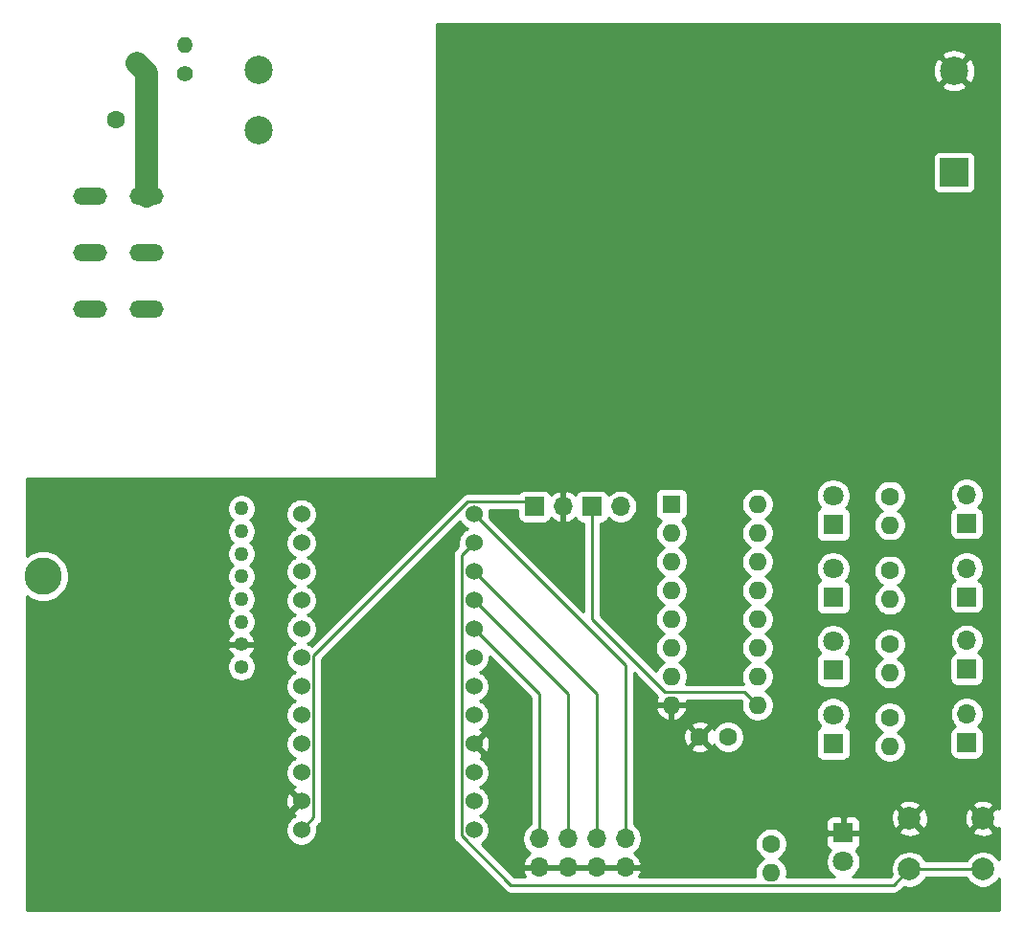
<source format=gbr>
%TF.GenerationSoftware,KiCad,Pcbnew,(5.1.9)-1*%
%TF.CreationDate,2021-03-16T20:09:15+01:00*%
%TF.ProjectId,HB-Uni-SenDose-4,48422d55-6e69-42d5-9365-6e446f73652d,rev?*%
%TF.SameCoordinates,Original*%
%TF.FileFunction,Copper,L2,Bot*%
%TF.FilePolarity,Positive*%
%FSLAX46Y46*%
G04 Gerber Fmt 4.6, Leading zero omitted, Abs format (unit mm)*
G04 Created by KiCad (PCBNEW (5.1.9)-1) date 2021-03-16 20:09:15*
%MOMM*%
%LPD*%
G01*
G04 APERTURE LIST*
%TA.AperFunction,ComponentPad*%
%ADD10C,1.800000*%
%TD*%
%TA.AperFunction,ComponentPad*%
%ADD11R,1.800000X1.800000*%
%TD*%
%TA.AperFunction,ComponentPad*%
%ADD12O,1.400000X1.400000*%
%TD*%
%TA.AperFunction,ComponentPad*%
%ADD13C,1.400000*%
%TD*%
%TA.AperFunction,ComponentPad*%
%ADD14C,1.600000*%
%TD*%
%TA.AperFunction,ComponentPad*%
%ADD15O,1.700000X1.700000*%
%TD*%
%TA.AperFunction,ComponentPad*%
%ADD16R,1.700000X1.700000*%
%TD*%
%TA.AperFunction,ComponentPad*%
%ADD17C,2.500000*%
%TD*%
%TA.AperFunction,ComponentPad*%
%ADD18R,2.500000X2.500000*%
%TD*%
%TA.AperFunction,ComponentPad*%
%ADD19O,1.600000X1.600000*%
%TD*%
%TA.AperFunction,ComponentPad*%
%ADD20R,1.600000X1.600000*%
%TD*%
%TA.AperFunction,ComponentPad*%
%ADD21O,3.000000X1.500000*%
%TD*%
%TA.AperFunction,ComponentPad*%
%ADD22O,1.270000X1.270000*%
%TD*%
%TA.AperFunction,ComponentPad*%
%ADD23C,1.270000*%
%TD*%
%TA.AperFunction,WasherPad*%
%ADD24C,3.300000*%
%TD*%
%TA.AperFunction,ComponentPad*%
%ADD25C,1.524000*%
%TD*%
%TA.AperFunction,ComponentPad*%
%ADD26C,2.000000*%
%TD*%
%TA.AperFunction,Conductor*%
%ADD27C,0.250000*%
%TD*%
%TA.AperFunction,Conductor*%
%ADD28C,2.000000*%
%TD*%
%TA.AperFunction,Conductor*%
%ADD29C,0.254000*%
%TD*%
%TA.AperFunction,Conductor*%
%ADD30C,0.100000*%
%TD*%
G04 APERTURE END LIST*
D10*
%TO.P,D4,2*%
%TO.N,Net-(D4-Pad2)*%
X152900000Y-111010000D03*
D11*
%TO.P,D4,1*%
%TO.N,/Pump4*%
X152900000Y-113550000D03*
%TD*%
D12*
%TO.P,SR1,2*%
%TO.N,Net-(RV1-Pad1)*%
X95600000Y-51810000D03*
D13*
%TO.P,SR1,1*%
%TO.N,Net-(PS1-Pad1)*%
X95600000Y-54350000D03*
%TD*%
D14*
%TO.P,RV1,2*%
%TO.N,Net-(PS1-Pad2)*%
X89500000Y-58400000D03*
%TO.P,RV1,1*%
%TO.N,Net-(RV1-Pad1)*%
X91400000Y-53400000D03*
%TD*%
%TO.P,C1,2*%
%TO.N,/+12V*%
X143600000Y-113000000D03*
%TO.P,C1,1*%
%TO.N,GND*%
X141100000Y-113000000D03*
%TD*%
D15*
%TO.P,Pump4,2*%
%TO.N,/Pump4*%
X164700000Y-110960000D03*
D16*
%TO.P,Pump4,1*%
%TO.N,/+12V*%
X164700000Y-113500000D03*
%TD*%
D15*
%TO.P,Pump3,2*%
%TO.N,/Pump3*%
X164700000Y-104460000D03*
D16*
%TO.P,Pump3,1*%
%TO.N,/+12V*%
X164700000Y-107000000D03*
%TD*%
D15*
%TO.P,Pump2,2*%
%TO.N,/Pump2*%
X164700000Y-98060000D03*
D16*
%TO.P,Pump2,1*%
%TO.N,/+12V*%
X164700000Y-100600000D03*
%TD*%
D15*
%TO.P,Pump1,2*%
%TO.N,/Pump1*%
X164700000Y-91560000D03*
D16*
%TO.P,Pump1,1*%
%TO.N,/+12V*%
X164700000Y-94100000D03*
%TD*%
D17*
%TO.P,PS1,4*%
%TO.N,Net-(PS1-Pad1)*%
X102100000Y-53950000D03*
D18*
%TO.P,PS1,1*%
%TO.N,/+12V*%
X163600000Y-63050000D03*
D17*
%TO.P,PS1,3*%
%TO.N,Net-(PS1-Pad2)*%
X102100000Y-59350000D03*
%TO.P,PS1,2*%
%TO.N,GND*%
X163600000Y-54050000D03*
%TD*%
D19*
%TO.P,U3,16*%
%TO.N,/Pump1*%
X146220000Y-92400000D03*
%TO.P,U3,8*%
%TO.N,GND*%
X138600000Y-110180000D03*
%TO.P,U3,15*%
%TO.N,/Pump2*%
X146220000Y-94940000D03*
%TO.P,U3,7*%
%TO.N,Net-(U3-Pad7)*%
X138600000Y-107640000D03*
%TO.P,U3,14*%
%TO.N,/Pump3*%
X146220000Y-97480000D03*
%TO.P,U3,6*%
%TO.N,Net-(U3-Pad6)*%
X138600000Y-105100000D03*
%TO.P,U3,13*%
%TO.N,/Pump4*%
X146220000Y-100020000D03*
%TO.P,U3,5*%
%TO.N,Net-(U3-Pad5)*%
X138600000Y-102560000D03*
%TO.P,U3,12*%
%TO.N,Net-(U3-Pad12)*%
X146220000Y-102560000D03*
%TO.P,U3,4*%
%TO.N,/A3*%
X138600000Y-100020000D03*
%TO.P,U3,11*%
%TO.N,Net-(U3-Pad11)*%
X146220000Y-105100000D03*
%TO.P,U3,3*%
%TO.N,/A2*%
X138600000Y-97480000D03*
%TO.P,U3,10*%
%TO.N,Net-(U3-Pad10)*%
X146220000Y-107640000D03*
%TO.P,U3,2*%
%TO.N,/A1*%
X138600000Y-94940000D03*
%TO.P,U3,9*%
%TO.N,/+12V*%
X146220000Y-110180000D03*
D20*
%TO.P,U3,1*%
%TO.N,/A0*%
X138600000Y-92400000D03*
%TD*%
D21*
%TO.P,WAGO_236_403,3*%
%TO.N,N/C*%
X87200000Y-75150000D03*
X92200000Y-75150000D03*
%TO.P,WAGO_236_403,2*%
%TO.N,Net-(PS1-Pad2)*%
X87200000Y-70150000D03*
X92200000Y-70150000D03*
%TO.P,WAGO_236_403,1*%
%TO.N,Net-(RV1-Pad1)*%
X87200000Y-65150000D03*
X92200000Y-65150000D03*
%TD*%
D22*
%TO.P,U2,1*%
%TO.N,/VCC*%
X100600000Y-106800000D03*
%TO.P,U2,2*%
%TO.N,GND*%
X100600000Y-104800000D03*
D23*
%TO.P,U2,3*%
%TO.N,/13*%
X100600000Y-102800000D03*
%TO.P,U2,4*%
%TO.N,/12*%
X100600000Y-100800000D03*
%TO.P,U2,5*%
%TO.N,/11*%
X100600000Y-98800000D03*
%TO.P,U2,6*%
%TO.N,Net-(U2-Pad6)*%
X100600000Y-96800000D03*
%TO.P,U2,7*%
%TO.N,/2*%
X100600000Y-94800000D03*
%TO.P,U2,8*%
%TO.N,/10*%
X100600000Y-92800000D03*
D24*
%TO.P,U2,*%
%TO.N,*%
X83074000Y-98784000D03*
%TD*%
D25*
%TO.P,U1,TXD*%
%TO.N,Net-(U1-PadTXD)*%
X121140000Y-121220000D03*
%TO.P,U1,RXD*%
%TO.N,Net-(U1-PadRXD)*%
X121140000Y-118680000D03*
%TO.P,U1,RST*%
%TO.N,Net-(U1-PadRST)*%
X121140000Y-116140000D03*
%TO.P,U1,GND*%
%TO.N,GND*%
X121140000Y-113600000D03*
%TO.P,U1,2*%
%TO.N,/2*%
X121140000Y-111060000D03*
%TO.P,U1,3*%
%TO.N,Net-(U1-Pad3)*%
X121140000Y-108520000D03*
%TO.P,U1,4*%
%TO.N,/4*%
X121140000Y-105980000D03*
%TO.P,U1,5*%
%TO.N,/5*%
X121140000Y-103440000D03*
%TO.P,U1,6*%
%TO.N,/6*%
X121140000Y-100900000D03*
%TO.P,U1,7*%
%TO.N,/7*%
X121140000Y-98360000D03*
%TO.P,U1,8*%
%TO.N,/8*%
X121140000Y-95820000D03*
%TO.P,U1,9*%
%TO.N,/9*%
X121140000Y-93280000D03*
%TO.P,U1,10*%
%TO.N,/10*%
X105900000Y-93280000D03*
%TO.P,U1,11*%
%TO.N,/11*%
X105900000Y-95820000D03*
%TO.P,U1,12*%
%TO.N,/12*%
X105900000Y-98360000D03*
%TO.P,U1,13*%
%TO.N,/13*%
X105900000Y-100900000D03*
%TO.P,U1,A0*%
%TO.N,/A0*%
X105900000Y-103440000D03*
%TO.P,U1,A1*%
%TO.N,/A1*%
X105900000Y-105980000D03*
%TO.P,U1,A2*%
%TO.N,/A2*%
X105900000Y-108520000D03*
%TO.P,U1,A3*%
%TO.N,/A3*%
X105900000Y-111060000D03*
%TO.P,U1,VCC*%
%TO.N,/VCC*%
X105900000Y-113600000D03*
%TO.P,U1,RST*%
%TO.N,Net-(U1-PadRST)*%
X105900000Y-116140000D03*
%TO.P,U1,GND*%
%TO.N,GND*%
X105900000Y-118680000D03*
%TO.P,U1,RAW*%
%TO.N,/+5V*%
X105900000Y-121220000D03*
%TD*%
D26*
%TO.P,SW1,1*%
%TO.N,/8*%
X159650000Y-124700000D03*
%TO.P,SW1,2*%
%TO.N,GND*%
X159650000Y-120200000D03*
%TO.P,SW1,1*%
%TO.N,/8*%
X166150000Y-124700000D03*
%TO.P,SW1,2*%
%TO.N,GND*%
X166150000Y-120200000D03*
%TD*%
D19*
%TO.P,R5,2*%
%TO.N,/4*%
X147400000Y-124990000D03*
D14*
%TO.P,R5,1*%
%TO.N,Net-(D5-Pad2)*%
X147400000Y-122450000D03*
%TD*%
D19*
%TO.P,R4,2*%
%TO.N,/+12V*%
X157900000Y-113840000D03*
D14*
%TO.P,R4,1*%
%TO.N,Net-(D4-Pad2)*%
X157900000Y-111300000D03*
%TD*%
D19*
%TO.P,R3,2*%
%TO.N,/+12V*%
X157900000Y-107340000D03*
D14*
%TO.P,R3,1*%
%TO.N,Net-(D3-Pad2)*%
X157900000Y-104800000D03*
%TD*%
D19*
%TO.P,R2,2*%
%TO.N,/+12V*%
X157900000Y-100840000D03*
D14*
%TO.P,R2,1*%
%TO.N,Net-(D2-Pad2)*%
X157900000Y-98300000D03*
%TD*%
D19*
%TO.P,R1,2*%
%TO.N,/+12V*%
X157900000Y-94240000D03*
D14*
%TO.P,R1,1*%
%TO.N,Net-(D1-Pad2)*%
X157900000Y-91700000D03*
%TD*%
D15*
%TO.P,J6,8*%
%TO.N,GND*%
X134520000Y-124540000D03*
%TO.P,J6,7*%
%TO.N,/9*%
X134520000Y-122000000D03*
%TO.P,J6,6*%
%TO.N,GND*%
X131980000Y-124540000D03*
%TO.P,J6,5*%
%TO.N,/7*%
X131980000Y-122000000D03*
%TO.P,J6,4*%
%TO.N,GND*%
X129440000Y-124540000D03*
%TO.P,J6,3*%
%TO.N,/6*%
X129440000Y-122000000D03*
%TO.P,J6,2*%
%TO.N,GND*%
X126900000Y-124540000D03*
%TO.P,J6,1*%
%TO.N,/5*%
X126900000Y-122000000D03*
%TD*%
%TO.P,J1,4*%
%TO.N,Net-(J1-Pad4)*%
X134120000Y-92600000D03*
D16*
%TO.P,J1,3*%
%TO.N,/+12V*%
X131580000Y-92600000D03*
D15*
%TO.P,J1,2*%
%TO.N,GND*%
X129040000Y-92600000D03*
D16*
%TO.P,J1,1*%
%TO.N,/+5V*%
X126500000Y-92600000D03*
%TD*%
D10*
%TO.P,D5,2*%
%TO.N,Net-(D5-Pad2)*%
X153800000Y-124040000D03*
D11*
%TO.P,D5,1*%
%TO.N,GND*%
X153800000Y-121500000D03*
%TD*%
D10*
%TO.P,D3,2*%
%TO.N,Net-(D3-Pad2)*%
X152900000Y-104560000D03*
D11*
%TO.P,D3,1*%
%TO.N,/Pump3*%
X152900000Y-107100000D03*
%TD*%
D10*
%TO.P,D2,2*%
%TO.N,Net-(D2-Pad2)*%
X152900000Y-98100000D03*
D11*
%TO.P,D2,1*%
%TO.N,/Pump2*%
X152900000Y-100640000D03*
%TD*%
D10*
%TO.P,D1,2*%
%TO.N,Net-(D1-Pad2)*%
X152900000Y-91660000D03*
D11*
%TO.P,D1,1*%
%TO.N,/Pump1*%
X152900000Y-94200000D03*
%TD*%
D27*
%TO.N,/9*%
X134520000Y-106660000D02*
X134520000Y-122000000D01*
X121140000Y-93280000D02*
X134520000Y-106660000D01*
%TO.N,/7*%
X131980000Y-109200000D02*
X131980000Y-122000000D01*
X121140000Y-98360000D02*
X131980000Y-109200000D01*
%TO.N,/6*%
X129440000Y-109200000D02*
X129440000Y-122000000D01*
X121140000Y-100900000D02*
X129440000Y-109200000D01*
%TO.N,/5*%
X126900000Y-109200000D02*
X126900000Y-122000000D01*
X121140000Y-103440000D02*
X126900000Y-109200000D01*
%TO.N,/8*%
X158234999Y-126115001D02*
X159650000Y-124700000D01*
X124426239Y-126115001D02*
X158234999Y-126115001D01*
X120052999Y-121741761D02*
X124426239Y-126115001D01*
X120052999Y-96907001D02*
X120052999Y-121741761D01*
X121140000Y-95820000D02*
X120052999Y-96907001D01*
X159650000Y-124700000D02*
X166150000Y-124700000D01*
%TO.N,/+12V*%
X145094999Y-109054999D02*
X146220000Y-110180000D01*
X138059999Y-109054999D02*
X145094999Y-109054999D01*
X131580000Y-102575000D02*
X138059999Y-109054999D01*
X131580000Y-92600000D02*
X131580000Y-102575000D01*
%TO.N,/+5V*%
X106987001Y-120132999D02*
X105900000Y-121220000D01*
X120618239Y-92192999D02*
X106987001Y-105824237D01*
X106987001Y-105824237D02*
X106987001Y-120132999D01*
X126092999Y-92192999D02*
X120618239Y-92192999D01*
X126500000Y-92600000D02*
X126092999Y-92192999D01*
D28*
%TO.N,Net-(RV1-Pad1)*%
X92199999Y-54199999D02*
X91400000Y-53400000D01*
X92200000Y-65150000D02*
X92199999Y-54199999D01*
%TD*%
D29*
%TO.N,GND*%
X167540000Y-119336401D02*
X167285413Y-119244192D01*
X166329605Y-120200000D01*
X167285413Y-121155808D01*
X167540000Y-121063599D01*
X167540000Y-123837360D01*
X167419987Y-123657748D01*
X167192252Y-123430013D01*
X166924463Y-123251082D01*
X166626912Y-123127832D01*
X166311033Y-123065000D01*
X165988967Y-123065000D01*
X165673088Y-123127832D01*
X165375537Y-123251082D01*
X165107748Y-123430013D01*
X164880013Y-123657748D01*
X164701082Y-123925537D01*
X164695091Y-123940000D01*
X161104909Y-123940000D01*
X161098918Y-123925537D01*
X160919987Y-123657748D01*
X160692252Y-123430013D01*
X160424463Y-123251082D01*
X160126912Y-123127832D01*
X159811033Y-123065000D01*
X159488967Y-123065000D01*
X159173088Y-123127832D01*
X158875537Y-123251082D01*
X158607748Y-123430013D01*
X158380013Y-123657748D01*
X158201082Y-123925537D01*
X158077832Y-124223088D01*
X158015000Y-124538967D01*
X158015000Y-124861033D01*
X158077832Y-125176912D01*
X158083823Y-125191376D01*
X157920198Y-125355001D01*
X154594888Y-125355001D01*
X154778505Y-125232312D01*
X154992312Y-125018505D01*
X155160299Y-124767095D01*
X155276011Y-124487743D01*
X155335000Y-124191184D01*
X155335000Y-123888816D01*
X155276011Y-123592257D01*
X155160299Y-123312905D01*
X154992312Y-123061495D01*
X154925873Y-122995056D01*
X154944180Y-122989502D01*
X155054494Y-122930537D01*
X155151185Y-122851185D01*
X155230537Y-122754494D01*
X155289502Y-122644180D01*
X155325812Y-122524482D01*
X155338072Y-122400000D01*
X155335000Y-121785750D01*
X155176250Y-121627000D01*
X153927000Y-121627000D01*
X153927000Y-121647000D01*
X153673000Y-121647000D01*
X153673000Y-121627000D01*
X152423750Y-121627000D01*
X152265000Y-121785750D01*
X152261928Y-122400000D01*
X152274188Y-122524482D01*
X152310498Y-122644180D01*
X152369463Y-122754494D01*
X152448815Y-122851185D01*
X152545506Y-122930537D01*
X152655820Y-122989502D01*
X152674127Y-122995056D01*
X152607688Y-123061495D01*
X152439701Y-123312905D01*
X152323989Y-123592257D01*
X152265000Y-123888816D01*
X152265000Y-124191184D01*
X152323989Y-124487743D01*
X152439701Y-124767095D01*
X152607688Y-125018505D01*
X152821495Y-125232312D01*
X153005112Y-125355001D01*
X148790509Y-125355001D01*
X148835000Y-125131335D01*
X148835000Y-124848665D01*
X148779853Y-124571426D01*
X148671680Y-124310273D01*
X148514637Y-124075241D01*
X148314759Y-123875363D01*
X148082241Y-123720000D01*
X148314759Y-123564637D01*
X148514637Y-123364759D01*
X148671680Y-123129727D01*
X148779853Y-122868574D01*
X148835000Y-122591335D01*
X148835000Y-122308665D01*
X148779853Y-122031426D01*
X148671680Y-121770273D01*
X148514637Y-121535241D01*
X148314759Y-121335363D01*
X148079727Y-121178320D01*
X147818574Y-121070147D01*
X147541335Y-121015000D01*
X147258665Y-121015000D01*
X146981426Y-121070147D01*
X146720273Y-121178320D01*
X146485241Y-121335363D01*
X146285363Y-121535241D01*
X146128320Y-121770273D01*
X146020147Y-122031426D01*
X145965000Y-122308665D01*
X145965000Y-122591335D01*
X146020147Y-122868574D01*
X146128320Y-123129727D01*
X146285363Y-123364759D01*
X146485241Y-123564637D01*
X146717759Y-123720000D01*
X146485241Y-123875363D01*
X146285363Y-124075241D01*
X146128320Y-124310273D01*
X146020147Y-124571426D01*
X145965000Y-124848665D01*
X145965000Y-125131335D01*
X146009491Y-125355001D01*
X135754703Y-125355001D01*
X135864157Y-125171252D01*
X135961481Y-124896891D01*
X135840814Y-124667000D01*
X134647000Y-124667000D01*
X134647000Y-124687000D01*
X134393000Y-124687000D01*
X134393000Y-124667000D01*
X132107000Y-124667000D01*
X132107000Y-124687000D01*
X131853000Y-124687000D01*
X131853000Y-124667000D01*
X129567000Y-124667000D01*
X129567000Y-124687000D01*
X129313000Y-124687000D01*
X129313000Y-124667000D01*
X127027000Y-124667000D01*
X127027000Y-124687000D01*
X126773000Y-124687000D01*
X126773000Y-124667000D01*
X125579186Y-124667000D01*
X125458519Y-124896891D01*
X125555843Y-125171252D01*
X125665297Y-125355001D01*
X124741041Y-125355001D01*
X121827094Y-122441055D01*
X122030535Y-122305120D01*
X122225120Y-122110535D01*
X122378005Y-121881727D01*
X122483314Y-121627490D01*
X122537000Y-121357592D01*
X122537000Y-121082408D01*
X122483314Y-120812510D01*
X122378005Y-120558273D01*
X122225120Y-120329465D01*
X122030535Y-120134880D01*
X121801727Y-119981995D01*
X121724485Y-119950000D01*
X121801727Y-119918005D01*
X122030535Y-119765120D01*
X122225120Y-119570535D01*
X122378005Y-119341727D01*
X122483314Y-119087490D01*
X122537000Y-118817592D01*
X122537000Y-118542408D01*
X122483314Y-118272510D01*
X122378005Y-118018273D01*
X122225120Y-117789465D01*
X122030535Y-117594880D01*
X121801727Y-117441995D01*
X121724485Y-117410000D01*
X121801727Y-117378005D01*
X122030535Y-117225120D01*
X122225120Y-117030535D01*
X122378005Y-116801727D01*
X122483314Y-116547490D01*
X122537000Y-116277592D01*
X122537000Y-116002408D01*
X122483314Y-115732510D01*
X122378005Y-115478273D01*
X122225120Y-115249465D01*
X122030535Y-115054880D01*
X121801727Y-114901995D01*
X121730057Y-114872308D01*
X121743023Y-114867636D01*
X121858980Y-114805656D01*
X121925960Y-114565565D01*
X121140000Y-113779605D01*
X121125858Y-113793748D01*
X120946253Y-113614143D01*
X120960395Y-113600000D01*
X121319605Y-113600000D01*
X122105565Y-114385960D01*
X122345656Y-114318980D01*
X122462756Y-114069952D01*
X122529023Y-113802865D01*
X122541910Y-113527983D01*
X122500922Y-113255867D01*
X122407636Y-112996977D01*
X122345656Y-112881020D01*
X122105565Y-112814040D01*
X121319605Y-113600000D01*
X120960395Y-113600000D01*
X120946253Y-113585858D01*
X121125858Y-113406253D01*
X121140000Y-113420395D01*
X121925960Y-112634435D01*
X121858980Y-112394344D01*
X121723240Y-112330515D01*
X121801727Y-112298005D01*
X122030535Y-112145120D01*
X122225120Y-111950535D01*
X122378005Y-111721727D01*
X122483314Y-111467490D01*
X122537000Y-111197592D01*
X122537000Y-110922408D01*
X122483314Y-110652510D01*
X122378005Y-110398273D01*
X122225120Y-110169465D01*
X122030535Y-109974880D01*
X121801727Y-109821995D01*
X121724485Y-109790000D01*
X121801727Y-109758005D01*
X122030535Y-109605120D01*
X122225120Y-109410535D01*
X122378005Y-109181727D01*
X122483314Y-108927490D01*
X122537000Y-108657592D01*
X122537000Y-108382408D01*
X122483314Y-108112510D01*
X122378005Y-107858273D01*
X122225120Y-107629465D01*
X122030535Y-107434880D01*
X121801727Y-107281995D01*
X121724485Y-107250000D01*
X121801727Y-107218005D01*
X122030535Y-107065120D01*
X122225120Y-106870535D01*
X122378005Y-106641727D01*
X122483314Y-106387490D01*
X122537000Y-106117592D01*
X122537000Y-105911801D01*
X126140000Y-109514802D01*
X126140001Y-120721821D01*
X125953368Y-120846525D01*
X125746525Y-121053368D01*
X125584010Y-121296589D01*
X125472068Y-121566842D01*
X125415000Y-121853740D01*
X125415000Y-122146260D01*
X125472068Y-122433158D01*
X125584010Y-122703411D01*
X125746525Y-122946632D01*
X125953368Y-123153475D01*
X126129406Y-123271100D01*
X125899731Y-123442412D01*
X125704822Y-123658645D01*
X125555843Y-123908748D01*
X125458519Y-124183109D01*
X125579186Y-124413000D01*
X126773000Y-124413000D01*
X126773000Y-124393000D01*
X127027000Y-124393000D01*
X127027000Y-124413000D01*
X129313000Y-124413000D01*
X129313000Y-124393000D01*
X129567000Y-124393000D01*
X129567000Y-124413000D01*
X131853000Y-124413000D01*
X131853000Y-124393000D01*
X132107000Y-124393000D01*
X132107000Y-124413000D01*
X134393000Y-124413000D01*
X134393000Y-124393000D01*
X134647000Y-124393000D01*
X134647000Y-124413000D01*
X135840814Y-124413000D01*
X135961481Y-124183109D01*
X135864157Y-123908748D01*
X135715178Y-123658645D01*
X135520269Y-123442412D01*
X135290594Y-123271100D01*
X135466632Y-123153475D01*
X135673475Y-122946632D01*
X135835990Y-122703411D01*
X135947932Y-122433158D01*
X136005000Y-122146260D01*
X136005000Y-121853740D01*
X135947932Y-121566842D01*
X135835990Y-121296589D01*
X135673475Y-121053368D01*
X135466632Y-120846525D01*
X135280000Y-120721822D01*
X135280000Y-120600000D01*
X152261928Y-120600000D01*
X152265000Y-121214250D01*
X152423750Y-121373000D01*
X153673000Y-121373000D01*
X153673000Y-120123750D01*
X153927000Y-120123750D01*
X153927000Y-121373000D01*
X155176250Y-121373000D01*
X155213837Y-121335413D01*
X158694192Y-121335413D01*
X158789956Y-121599814D01*
X159079571Y-121740704D01*
X159391108Y-121822384D01*
X159712595Y-121841718D01*
X160031675Y-121797961D01*
X160336088Y-121692795D01*
X160510044Y-121599814D01*
X160605808Y-121335413D01*
X165194192Y-121335413D01*
X165289956Y-121599814D01*
X165579571Y-121740704D01*
X165891108Y-121822384D01*
X166212595Y-121841718D01*
X166531675Y-121797961D01*
X166836088Y-121692795D01*
X167010044Y-121599814D01*
X167105808Y-121335413D01*
X166150000Y-120379605D01*
X165194192Y-121335413D01*
X160605808Y-121335413D01*
X159650000Y-120379605D01*
X158694192Y-121335413D01*
X155213837Y-121335413D01*
X155335000Y-121214250D01*
X155338072Y-120600000D01*
X155325812Y-120475518D01*
X155289502Y-120355820D01*
X155239672Y-120262595D01*
X158008282Y-120262595D01*
X158052039Y-120581675D01*
X158157205Y-120886088D01*
X158250186Y-121060044D01*
X158514587Y-121155808D01*
X159470395Y-120200000D01*
X159829605Y-120200000D01*
X160785413Y-121155808D01*
X161049814Y-121060044D01*
X161190704Y-120770429D01*
X161272384Y-120458892D01*
X161284189Y-120262595D01*
X164508282Y-120262595D01*
X164552039Y-120581675D01*
X164657205Y-120886088D01*
X164750186Y-121060044D01*
X165014587Y-121155808D01*
X165970395Y-120200000D01*
X165014587Y-119244192D01*
X164750186Y-119339956D01*
X164609296Y-119629571D01*
X164527616Y-119941108D01*
X164508282Y-120262595D01*
X161284189Y-120262595D01*
X161291718Y-120137405D01*
X161247961Y-119818325D01*
X161142795Y-119513912D01*
X161049814Y-119339956D01*
X160785413Y-119244192D01*
X159829605Y-120200000D01*
X159470395Y-120200000D01*
X158514587Y-119244192D01*
X158250186Y-119339956D01*
X158109296Y-119629571D01*
X158027616Y-119941108D01*
X158008282Y-120262595D01*
X155239672Y-120262595D01*
X155230537Y-120245506D01*
X155151185Y-120148815D01*
X155054494Y-120069463D01*
X154944180Y-120010498D01*
X154824482Y-119974188D01*
X154700000Y-119961928D01*
X154085750Y-119965000D01*
X153927000Y-120123750D01*
X153673000Y-120123750D01*
X153514250Y-119965000D01*
X152900000Y-119961928D01*
X152775518Y-119974188D01*
X152655820Y-120010498D01*
X152545506Y-120069463D01*
X152448815Y-120148815D01*
X152369463Y-120245506D01*
X152310498Y-120355820D01*
X152274188Y-120475518D01*
X152261928Y-120600000D01*
X135280000Y-120600000D01*
X135280000Y-119064587D01*
X158694192Y-119064587D01*
X159650000Y-120020395D01*
X160605808Y-119064587D01*
X165194192Y-119064587D01*
X166150000Y-120020395D01*
X167105808Y-119064587D01*
X167010044Y-118800186D01*
X166720429Y-118659296D01*
X166408892Y-118577616D01*
X166087405Y-118558282D01*
X165768325Y-118602039D01*
X165463912Y-118707205D01*
X165289956Y-118800186D01*
X165194192Y-119064587D01*
X160605808Y-119064587D01*
X160510044Y-118800186D01*
X160220429Y-118659296D01*
X159908892Y-118577616D01*
X159587405Y-118558282D01*
X159268325Y-118602039D01*
X158963912Y-118707205D01*
X158789956Y-118800186D01*
X158694192Y-119064587D01*
X135280000Y-119064587D01*
X135280000Y-113992702D01*
X140286903Y-113992702D01*
X140358486Y-114236671D01*
X140613996Y-114357571D01*
X140888184Y-114426300D01*
X141170512Y-114440217D01*
X141450130Y-114398787D01*
X141716292Y-114303603D01*
X141841514Y-114236671D01*
X141913097Y-113992702D01*
X141100000Y-113179605D01*
X140286903Y-113992702D01*
X135280000Y-113992702D01*
X135280000Y-113070512D01*
X139659783Y-113070512D01*
X139701213Y-113350130D01*
X139796397Y-113616292D01*
X139863329Y-113741514D01*
X140107298Y-113813097D01*
X140920395Y-113000000D01*
X141279605Y-113000000D01*
X142092702Y-113813097D01*
X142336671Y-113741514D01*
X142350324Y-113712659D01*
X142485363Y-113914759D01*
X142685241Y-114114637D01*
X142920273Y-114271680D01*
X143181426Y-114379853D01*
X143458665Y-114435000D01*
X143741335Y-114435000D01*
X144018574Y-114379853D01*
X144279727Y-114271680D01*
X144514759Y-114114637D01*
X144714637Y-113914759D01*
X144871680Y-113679727D01*
X144979853Y-113418574D01*
X145035000Y-113141335D01*
X145035000Y-112858665D01*
X144993494Y-112650000D01*
X151361928Y-112650000D01*
X151361928Y-114450000D01*
X151374188Y-114574482D01*
X151410498Y-114694180D01*
X151469463Y-114804494D01*
X151548815Y-114901185D01*
X151645506Y-114980537D01*
X151755820Y-115039502D01*
X151875518Y-115075812D01*
X152000000Y-115088072D01*
X153800000Y-115088072D01*
X153924482Y-115075812D01*
X154044180Y-115039502D01*
X154154494Y-114980537D01*
X154251185Y-114901185D01*
X154330537Y-114804494D01*
X154389502Y-114694180D01*
X154425812Y-114574482D01*
X154438072Y-114450000D01*
X154438072Y-112650000D01*
X154425812Y-112525518D01*
X154389502Y-112405820D01*
X154330537Y-112295506D01*
X154251185Y-112198815D01*
X154154494Y-112119463D01*
X154044180Y-112060498D01*
X154025873Y-112054944D01*
X154092312Y-111988505D01*
X154260299Y-111737095D01*
X154376011Y-111457743D01*
X154435000Y-111161184D01*
X154435000Y-111158665D01*
X156465000Y-111158665D01*
X156465000Y-111441335D01*
X156520147Y-111718574D01*
X156628320Y-111979727D01*
X156785363Y-112214759D01*
X156985241Y-112414637D01*
X157217759Y-112570000D01*
X156985241Y-112725363D01*
X156785363Y-112925241D01*
X156628320Y-113160273D01*
X156520147Y-113421426D01*
X156465000Y-113698665D01*
X156465000Y-113981335D01*
X156520147Y-114258574D01*
X156628320Y-114519727D01*
X156785363Y-114754759D01*
X156985241Y-114954637D01*
X157220273Y-115111680D01*
X157481426Y-115219853D01*
X157758665Y-115275000D01*
X158041335Y-115275000D01*
X158318574Y-115219853D01*
X158579727Y-115111680D01*
X158814759Y-114954637D01*
X159014637Y-114754759D01*
X159171680Y-114519727D01*
X159279853Y-114258574D01*
X159335000Y-113981335D01*
X159335000Y-113698665D01*
X159279853Y-113421426D01*
X159171680Y-113160273D01*
X159014637Y-112925241D01*
X158814759Y-112725363D01*
X158701970Y-112650000D01*
X163211928Y-112650000D01*
X163211928Y-114350000D01*
X163224188Y-114474482D01*
X163260498Y-114594180D01*
X163319463Y-114704494D01*
X163398815Y-114801185D01*
X163495506Y-114880537D01*
X163605820Y-114939502D01*
X163725518Y-114975812D01*
X163850000Y-114988072D01*
X165550000Y-114988072D01*
X165674482Y-114975812D01*
X165794180Y-114939502D01*
X165904494Y-114880537D01*
X166001185Y-114801185D01*
X166080537Y-114704494D01*
X166139502Y-114594180D01*
X166175812Y-114474482D01*
X166188072Y-114350000D01*
X166188072Y-112650000D01*
X166175812Y-112525518D01*
X166139502Y-112405820D01*
X166080537Y-112295506D01*
X166001185Y-112198815D01*
X165904494Y-112119463D01*
X165794180Y-112060498D01*
X165721620Y-112038487D01*
X165853475Y-111906632D01*
X166015990Y-111663411D01*
X166127932Y-111393158D01*
X166185000Y-111106260D01*
X166185000Y-110813740D01*
X166127932Y-110526842D01*
X166015990Y-110256589D01*
X165853475Y-110013368D01*
X165646632Y-109806525D01*
X165403411Y-109644010D01*
X165133158Y-109532068D01*
X164846260Y-109475000D01*
X164553740Y-109475000D01*
X164266842Y-109532068D01*
X163996589Y-109644010D01*
X163753368Y-109806525D01*
X163546525Y-110013368D01*
X163384010Y-110256589D01*
X163272068Y-110526842D01*
X163215000Y-110813740D01*
X163215000Y-111106260D01*
X163272068Y-111393158D01*
X163384010Y-111663411D01*
X163546525Y-111906632D01*
X163678380Y-112038487D01*
X163605820Y-112060498D01*
X163495506Y-112119463D01*
X163398815Y-112198815D01*
X163319463Y-112295506D01*
X163260498Y-112405820D01*
X163224188Y-112525518D01*
X163211928Y-112650000D01*
X158701970Y-112650000D01*
X158582241Y-112570000D01*
X158814759Y-112414637D01*
X159014637Y-112214759D01*
X159171680Y-111979727D01*
X159279853Y-111718574D01*
X159335000Y-111441335D01*
X159335000Y-111158665D01*
X159279853Y-110881426D01*
X159171680Y-110620273D01*
X159014637Y-110385241D01*
X158814759Y-110185363D01*
X158579727Y-110028320D01*
X158318574Y-109920147D01*
X158041335Y-109865000D01*
X157758665Y-109865000D01*
X157481426Y-109920147D01*
X157220273Y-110028320D01*
X156985241Y-110185363D01*
X156785363Y-110385241D01*
X156628320Y-110620273D01*
X156520147Y-110881426D01*
X156465000Y-111158665D01*
X154435000Y-111158665D01*
X154435000Y-110858816D01*
X154376011Y-110562257D01*
X154260299Y-110282905D01*
X154092312Y-110031495D01*
X153878505Y-109817688D01*
X153627095Y-109649701D01*
X153347743Y-109533989D01*
X153051184Y-109475000D01*
X152748816Y-109475000D01*
X152452257Y-109533989D01*
X152172905Y-109649701D01*
X151921495Y-109817688D01*
X151707688Y-110031495D01*
X151539701Y-110282905D01*
X151423989Y-110562257D01*
X151365000Y-110858816D01*
X151365000Y-111161184D01*
X151423989Y-111457743D01*
X151539701Y-111737095D01*
X151707688Y-111988505D01*
X151774127Y-112054944D01*
X151755820Y-112060498D01*
X151645506Y-112119463D01*
X151548815Y-112198815D01*
X151469463Y-112295506D01*
X151410498Y-112405820D01*
X151374188Y-112525518D01*
X151361928Y-112650000D01*
X144993494Y-112650000D01*
X144979853Y-112581426D01*
X144871680Y-112320273D01*
X144714637Y-112085241D01*
X144514759Y-111885363D01*
X144279727Y-111728320D01*
X144018574Y-111620147D01*
X143741335Y-111565000D01*
X143458665Y-111565000D01*
X143181426Y-111620147D01*
X142920273Y-111728320D01*
X142685241Y-111885363D01*
X142485363Y-112085241D01*
X142351308Y-112285869D01*
X142336671Y-112258486D01*
X142092702Y-112186903D01*
X141279605Y-113000000D01*
X140920395Y-113000000D01*
X140107298Y-112186903D01*
X139863329Y-112258486D01*
X139742429Y-112513996D01*
X139673700Y-112788184D01*
X139659783Y-113070512D01*
X135280000Y-113070512D01*
X135280000Y-112007298D01*
X140286903Y-112007298D01*
X141100000Y-112820395D01*
X141913097Y-112007298D01*
X141841514Y-111763329D01*
X141586004Y-111642429D01*
X141311816Y-111573700D01*
X141029488Y-111559783D01*
X140749870Y-111601213D01*
X140483708Y-111696397D01*
X140358486Y-111763329D01*
X140286903Y-112007298D01*
X135280000Y-112007298D01*
X135280000Y-110529039D01*
X137208096Y-110529039D01*
X137248754Y-110663087D01*
X137368963Y-110917420D01*
X137536481Y-111143414D01*
X137744869Y-111332385D01*
X137986119Y-111477070D01*
X138250960Y-111571909D01*
X138473000Y-111450624D01*
X138473000Y-110307000D01*
X138727000Y-110307000D01*
X138727000Y-111450624D01*
X138949040Y-111571909D01*
X139213881Y-111477070D01*
X139455131Y-111332385D01*
X139663519Y-111143414D01*
X139831037Y-110917420D01*
X139951246Y-110663087D01*
X139991904Y-110529039D01*
X139869915Y-110307000D01*
X138727000Y-110307000D01*
X138473000Y-110307000D01*
X137330085Y-110307000D01*
X137208096Y-110529039D01*
X135280000Y-110529039D01*
X135280000Y-107349802D01*
X137370587Y-109440390D01*
X137368963Y-109442580D01*
X137248754Y-109696913D01*
X137208096Y-109830961D01*
X137330085Y-110053000D01*
X138473000Y-110053000D01*
X138473000Y-110033000D01*
X138727000Y-110033000D01*
X138727000Y-110053000D01*
X139869915Y-110053000D01*
X139991904Y-109830961D01*
X139987063Y-109814999D01*
X144780198Y-109814999D01*
X144821312Y-109856113D01*
X144785000Y-110038665D01*
X144785000Y-110321335D01*
X144840147Y-110598574D01*
X144948320Y-110859727D01*
X145105363Y-111094759D01*
X145305241Y-111294637D01*
X145540273Y-111451680D01*
X145801426Y-111559853D01*
X146078665Y-111615000D01*
X146361335Y-111615000D01*
X146638574Y-111559853D01*
X146899727Y-111451680D01*
X147134759Y-111294637D01*
X147334637Y-111094759D01*
X147491680Y-110859727D01*
X147599853Y-110598574D01*
X147655000Y-110321335D01*
X147655000Y-110038665D01*
X147599853Y-109761426D01*
X147491680Y-109500273D01*
X147334637Y-109265241D01*
X147134759Y-109065363D01*
X146902241Y-108910000D01*
X147134759Y-108754637D01*
X147334637Y-108554759D01*
X147491680Y-108319727D01*
X147599853Y-108058574D01*
X147655000Y-107781335D01*
X147655000Y-107498665D01*
X147599853Y-107221426D01*
X147491680Y-106960273D01*
X147334637Y-106725241D01*
X147134759Y-106525363D01*
X146902241Y-106370000D01*
X147134759Y-106214637D01*
X147149396Y-106200000D01*
X151361928Y-106200000D01*
X151361928Y-108000000D01*
X151374188Y-108124482D01*
X151410498Y-108244180D01*
X151469463Y-108354494D01*
X151548815Y-108451185D01*
X151645506Y-108530537D01*
X151755820Y-108589502D01*
X151875518Y-108625812D01*
X152000000Y-108638072D01*
X153800000Y-108638072D01*
X153924482Y-108625812D01*
X154044180Y-108589502D01*
X154154494Y-108530537D01*
X154251185Y-108451185D01*
X154330537Y-108354494D01*
X154389502Y-108244180D01*
X154425812Y-108124482D01*
X154438072Y-108000000D01*
X154438072Y-106200000D01*
X154425812Y-106075518D01*
X154389502Y-105955820D01*
X154330537Y-105845506D01*
X154251185Y-105748815D01*
X154154494Y-105669463D01*
X154044180Y-105610498D01*
X154025873Y-105604944D01*
X154092312Y-105538505D01*
X154260299Y-105287095D01*
X154376011Y-105007743D01*
X154435000Y-104711184D01*
X154435000Y-104658665D01*
X156465000Y-104658665D01*
X156465000Y-104941335D01*
X156520147Y-105218574D01*
X156628320Y-105479727D01*
X156785363Y-105714759D01*
X156985241Y-105914637D01*
X157217759Y-106070000D01*
X156985241Y-106225363D01*
X156785363Y-106425241D01*
X156628320Y-106660273D01*
X156520147Y-106921426D01*
X156465000Y-107198665D01*
X156465000Y-107481335D01*
X156520147Y-107758574D01*
X156628320Y-108019727D01*
X156785363Y-108254759D01*
X156985241Y-108454637D01*
X157220273Y-108611680D01*
X157481426Y-108719853D01*
X157758665Y-108775000D01*
X158041335Y-108775000D01*
X158318574Y-108719853D01*
X158579727Y-108611680D01*
X158814759Y-108454637D01*
X159014637Y-108254759D01*
X159171680Y-108019727D01*
X159279853Y-107758574D01*
X159335000Y-107481335D01*
X159335000Y-107198665D01*
X159279853Y-106921426D01*
X159171680Y-106660273D01*
X159014637Y-106425241D01*
X158814759Y-106225363D01*
X158701970Y-106150000D01*
X163211928Y-106150000D01*
X163211928Y-107850000D01*
X163224188Y-107974482D01*
X163260498Y-108094180D01*
X163319463Y-108204494D01*
X163398815Y-108301185D01*
X163495506Y-108380537D01*
X163605820Y-108439502D01*
X163725518Y-108475812D01*
X163850000Y-108488072D01*
X165550000Y-108488072D01*
X165674482Y-108475812D01*
X165794180Y-108439502D01*
X165904494Y-108380537D01*
X166001185Y-108301185D01*
X166080537Y-108204494D01*
X166139502Y-108094180D01*
X166175812Y-107974482D01*
X166188072Y-107850000D01*
X166188072Y-106150000D01*
X166175812Y-106025518D01*
X166139502Y-105905820D01*
X166080537Y-105795506D01*
X166001185Y-105698815D01*
X165904494Y-105619463D01*
X165794180Y-105560498D01*
X165721620Y-105538487D01*
X165853475Y-105406632D01*
X166015990Y-105163411D01*
X166127932Y-104893158D01*
X166185000Y-104606260D01*
X166185000Y-104313740D01*
X166127932Y-104026842D01*
X166015990Y-103756589D01*
X165853475Y-103513368D01*
X165646632Y-103306525D01*
X165403411Y-103144010D01*
X165133158Y-103032068D01*
X164846260Y-102975000D01*
X164553740Y-102975000D01*
X164266842Y-103032068D01*
X163996589Y-103144010D01*
X163753368Y-103306525D01*
X163546525Y-103513368D01*
X163384010Y-103756589D01*
X163272068Y-104026842D01*
X163215000Y-104313740D01*
X163215000Y-104606260D01*
X163272068Y-104893158D01*
X163384010Y-105163411D01*
X163546525Y-105406632D01*
X163678380Y-105538487D01*
X163605820Y-105560498D01*
X163495506Y-105619463D01*
X163398815Y-105698815D01*
X163319463Y-105795506D01*
X163260498Y-105905820D01*
X163224188Y-106025518D01*
X163211928Y-106150000D01*
X158701970Y-106150000D01*
X158582241Y-106070000D01*
X158814759Y-105914637D01*
X159014637Y-105714759D01*
X159171680Y-105479727D01*
X159279853Y-105218574D01*
X159335000Y-104941335D01*
X159335000Y-104658665D01*
X159279853Y-104381426D01*
X159171680Y-104120273D01*
X159014637Y-103885241D01*
X158814759Y-103685363D01*
X158579727Y-103528320D01*
X158318574Y-103420147D01*
X158041335Y-103365000D01*
X157758665Y-103365000D01*
X157481426Y-103420147D01*
X157220273Y-103528320D01*
X156985241Y-103685363D01*
X156785363Y-103885241D01*
X156628320Y-104120273D01*
X156520147Y-104381426D01*
X156465000Y-104658665D01*
X154435000Y-104658665D01*
X154435000Y-104408816D01*
X154376011Y-104112257D01*
X154260299Y-103832905D01*
X154092312Y-103581495D01*
X153878505Y-103367688D01*
X153627095Y-103199701D01*
X153347743Y-103083989D01*
X153051184Y-103025000D01*
X152748816Y-103025000D01*
X152452257Y-103083989D01*
X152172905Y-103199701D01*
X151921495Y-103367688D01*
X151707688Y-103581495D01*
X151539701Y-103832905D01*
X151423989Y-104112257D01*
X151365000Y-104408816D01*
X151365000Y-104711184D01*
X151423989Y-105007743D01*
X151539701Y-105287095D01*
X151707688Y-105538505D01*
X151774127Y-105604944D01*
X151755820Y-105610498D01*
X151645506Y-105669463D01*
X151548815Y-105748815D01*
X151469463Y-105845506D01*
X151410498Y-105955820D01*
X151374188Y-106075518D01*
X151361928Y-106200000D01*
X147149396Y-106200000D01*
X147334637Y-106014759D01*
X147491680Y-105779727D01*
X147599853Y-105518574D01*
X147655000Y-105241335D01*
X147655000Y-104958665D01*
X147599853Y-104681426D01*
X147491680Y-104420273D01*
X147334637Y-104185241D01*
X147134759Y-103985363D01*
X146902241Y-103830000D01*
X147134759Y-103674637D01*
X147334637Y-103474759D01*
X147491680Y-103239727D01*
X147599853Y-102978574D01*
X147655000Y-102701335D01*
X147655000Y-102418665D01*
X147599853Y-102141426D01*
X147491680Y-101880273D01*
X147334637Y-101645241D01*
X147134759Y-101445363D01*
X146902241Y-101290000D01*
X147134759Y-101134637D01*
X147334637Y-100934759D01*
X147491680Y-100699727D01*
X147599853Y-100438574D01*
X147655000Y-100161335D01*
X147655000Y-99878665D01*
X147627418Y-99740000D01*
X151361928Y-99740000D01*
X151361928Y-101540000D01*
X151374188Y-101664482D01*
X151410498Y-101784180D01*
X151469463Y-101894494D01*
X151548815Y-101991185D01*
X151645506Y-102070537D01*
X151755820Y-102129502D01*
X151875518Y-102165812D01*
X152000000Y-102178072D01*
X153800000Y-102178072D01*
X153924482Y-102165812D01*
X154044180Y-102129502D01*
X154154494Y-102070537D01*
X154251185Y-101991185D01*
X154330537Y-101894494D01*
X154389502Y-101784180D01*
X154425812Y-101664482D01*
X154438072Y-101540000D01*
X154438072Y-99740000D01*
X154425812Y-99615518D01*
X154389502Y-99495820D01*
X154330537Y-99385506D01*
X154251185Y-99288815D01*
X154154494Y-99209463D01*
X154044180Y-99150498D01*
X154025873Y-99144944D01*
X154092312Y-99078505D01*
X154260299Y-98827095D01*
X154376011Y-98547743D01*
X154435000Y-98251184D01*
X154435000Y-98158665D01*
X156465000Y-98158665D01*
X156465000Y-98441335D01*
X156520147Y-98718574D01*
X156628320Y-98979727D01*
X156785363Y-99214759D01*
X156985241Y-99414637D01*
X157217759Y-99570000D01*
X156985241Y-99725363D01*
X156785363Y-99925241D01*
X156628320Y-100160273D01*
X156520147Y-100421426D01*
X156465000Y-100698665D01*
X156465000Y-100981335D01*
X156520147Y-101258574D01*
X156628320Y-101519727D01*
X156785363Y-101754759D01*
X156985241Y-101954637D01*
X157220273Y-102111680D01*
X157481426Y-102219853D01*
X157758665Y-102275000D01*
X158041335Y-102275000D01*
X158318574Y-102219853D01*
X158579727Y-102111680D01*
X158814759Y-101954637D01*
X159014637Y-101754759D01*
X159171680Y-101519727D01*
X159279853Y-101258574D01*
X159335000Y-100981335D01*
X159335000Y-100698665D01*
X159279853Y-100421426D01*
X159171680Y-100160273D01*
X159014637Y-99925241D01*
X158839396Y-99750000D01*
X163211928Y-99750000D01*
X163211928Y-101450000D01*
X163224188Y-101574482D01*
X163260498Y-101694180D01*
X163319463Y-101804494D01*
X163398815Y-101901185D01*
X163495506Y-101980537D01*
X163605820Y-102039502D01*
X163725518Y-102075812D01*
X163850000Y-102088072D01*
X165550000Y-102088072D01*
X165674482Y-102075812D01*
X165794180Y-102039502D01*
X165904494Y-101980537D01*
X166001185Y-101901185D01*
X166080537Y-101804494D01*
X166139502Y-101694180D01*
X166175812Y-101574482D01*
X166188072Y-101450000D01*
X166188072Y-99750000D01*
X166175812Y-99625518D01*
X166139502Y-99505820D01*
X166080537Y-99395506D01*
X166001185Y-99298815D01*
X165904494Y-99219463D01*
X165794180Y-99160498D01*
X165721620Y-99138487D01*
X165853475Y-99006632D01*
X166015990Y-98763411D01*
X166127932Y-98493158D01*
X166185000Y-98206260D01*
X166185000Y-97913740D01*
X166127932Y-97626842D01*
X166015990Y-97356589D01*
X165853475Y-97113368D01*
X165646632Y-96906525D01*
X165403411Y-96744010D01*
X165133158Y-96632068D01*
X164846260Y-96575000D01*
X164553740Y-96575000D01*
X164266842Y-96632068D01*
X163996589Y-96744010D01*
X163753368Y-96906525D01*
X163546525Y-97113368D01*
X163384010Y-97356589D01*
X163272068Y-97626842D01*
X163215000Y-97913740D01*
X163215000Y-98206260D01*
X163272068Y-98493158D01*
X163384010Y-98763411D01*
X163546525Y-99006632D01*
X163678380Y-99138487D01*
X163605820Y-99160498D01*
X163495506Y-99219463D01*
X163398815Y-99298815D01*
X163319463Y-99395506D01*
X163260498Y-99505820D01*
X163224188Y-99625518D01*
X163211928Y-99750000D01*
X158839396Y-99750000D01*
X158814759Y-99725363D01*
X158582241Y-99570000D01*
X158814759Y-99414637D01*
X159014637Y-99214759D01*
X159171680Y-98979727D01*
X159279853Y-98718574D01*
X159335000Y-98441335D01*
X159335000Y-98158665D01*
X159279853Y-97881426D01*
X159171680Y-97620273D01*
X159014637Y-97385241D01*
X158814759Y-97185363D01*
X158579727Y-97028320D01*
X158318574Y-96920147D01*
X158041335Y-96865000D01*
X157758665Y-96865000D01*
X157481426Y-96920147D01*
X157220273Y-97028320D01*
X156985241Y-97185363D01*
X156785363Y-97385241D01*
X156628320Y-97620273D01*
X156520147Y-97881426D01*
X156465000Y-98158665D01*
X154435000Y-98158665D01*
X154435000Y-97948816D01*
X154376011Y-97652257D01*
X154260299Y-97372905D01*
X154092312Y-97121495D01*
X153878505Y-96907688D01*
X153627095Y-96739701D01*
X153347743Y-96623989D01*
X153051184Y-96565000D01*
X152748816Y-96565000D01*
X152452257Y-96623989D01*
X152172905Y-96739701D01*
X151921495Y-96907688D01*
X151707688Y-97121495D01*
X151539701Y-97372905D01*
X151423989Y-97652257D01*
X151365000Y-97948816D01*
X151365000Y-98251184D01*
X151423989Y-98547743D01*
X151539701Y-98827095D01*
X151707688Y-99078505D01*
X151774127Y-99144944D01*
X151755820Y-99150498D01*
X151645506Y-99209463D01*
X151548815Y-99288815D01*
X151469463Y-99385506D01*
X151410498Y-99495820D01*
X151374188Y-99615518D01*
X151361928Y-99740000D01*
X147627418Y-99740000D01*
X147599853Y-99601426D01*
X147491680Y-99340273D01*
X147334637Y-99105241D01*
X147134759Y-98905363D01*
X146902241Y-98750000D01*
X147134759Y-98594637D01*
X147334637Y-98394759D01*
X147491680Y-98159727D01*
X147599853Y-97898574D01*
X147655000Y-97621335D01*
X147655000Y-97338665D01*
X147599853Y-97061426D01*
X147491680Y-96800273D01*
X147334637Y-96565241D01*
X147134759Y-96365363D01*
X146902241Y-96210000D01*
X147134759Y-96054637D01*
X147334637Y-95854759D01*
X147491680Y-95619727D01*
X147599853Y-95358574D01*
X147655000Y-95081335D01*
X147655000Y-94798665D01*
X147599853Y-94521426D01*
X147491680Y-94260273D01*
X147334637Y-94025241D01*
X147134759Y-93825363D01*
X146902241Y-93670000D01*
X147134759Y-93514637D01*
X147334637Y-93314759D01*
X147344498Y-93300000D01*
X151361928Y-93300000D01*
X151361928Y-95100000D01*
X151374188Y-95224482D01*
X151410498Y-95344180D01*
X151469463Y-95454494D01*
X151548815Y-95551185D01*
X151645506Y-95630537D01*
X151755820Y-95689502D01*
X151875518Y-95725812D01*
X152000000Y-95738072D01*
X153800000Y-95738072D01*
X153924482Y-95725812D01*
X154044180Y-95689502D01*
X154154494Y-95630537D01*
X154251185Y-95551185D01*
X154330537Y-95454494D01*
X154389502Y-95344180D01*
X154425812Y-95224482D01*
X154438072Y-95100000D01*
X154438072Y-93300000D01*
X154425812Y-93175518D01*
X154389502Y-93055820D01*
X154330537Y-92945506D01*
X154251185Y-92848815D01*
X154154494Y-92769463D01*
X154044180Y-92710498D01*
X154025873Y-92704944D01*
X154092312Y-92638505D01*
X154260299Y-92387095D01*
X154376011Y-92107743D01*
X154435000Y-91811184D01*
X154435000Y-91558665D01*
X156465000Y-91558665D01*
X156465000Y-91841335D01*
X156520147Y-92118574D01*
X156628320Y-92379727D01*
X156785363Y-92614759D01*
X156985241Y-92814637D01*
X157217759Y-92970000D01*
X156985241Y-93125363D01*
X156785363Y-93325241D01*
X156628320Y-93560273D01*
X156520147Y-93821426D01*
X156465000Y-94098665D01*
X156465000Y-94381335D01*
X156520147Y-94658574D01*
X156628320Y-94919727D01*
X156785363Y-95154759D01*
X156985241Y-95354637D01*
X157220273Y-95511680D01*
X157481426Y-95619853D01*
X157758665Y-95675000D01*
X158041335Y-95675000D01*
X158318574Y-95619853D01*
X158579727Y-95511680D01*
X158814759Y-95354637D01*
X159014637Y-95154759D01*
X159171680Y-94919727D01*
X159279853Y-94658574D01*
X159335000Y-94381335D01*
X159335000Y-94098665D01*
X159279853Y-93821426D01*
X159171680Y-93560273D01*
X159014637Y-93325241D01*
X158939396Y-93250000D01*
X163211928Y-93250000D01*
X163211928Y-94950000D01*
X163224188Y-95074482D01*
X163260498Y-95194180D01*
X163319463Y-95304494D01*
X163398815Y-95401185D01*
X163495506Y-95480537D01*
X163605820Y-95539502D01*
X163725518Y-95575812D01*
X163850000Y-95588072D01*
X165550000Y-95588072D01*
X165674482Y-95575812D01*
X165794180Y-95539502D01*
X165904494Y-95480537D01*
X166001185Y-95401185D01*
X166080537Y-95304494D01*
X166139502Y-95194180D01*
X166175812Y-95074482D01*
X166188072Y-94950000D01*
X166188072Y-93250000D01*
X166175812Y-93125518D01*
X166139502Y-93005820D01*
X166080537Y-92895506D01*
X166001185Y-92798815D01*
X165904494Y-92719463D01*
X165794180Y-92660498D01*
X165721620Y-92638487D01*
X165853475Y-92506632D01*
X166015990Y-92263411D01*
X166127932Y-91993158D01*
X166185000Y-91706260D01*
X166185000Y-91413740D01*
X166127932Y-91126842D01*
X166015990Y-90856589D01*
X165853475Y-90613368D01*
X165646632Y-90406525D01*
X165403411Y-90244010D01*
X165133158Y-90132068D01*
X164846260Y-90075000D01*
X164553740Y-90075000D01*
X164266842Y-90132068D01*
X163996589Y-90244010D01*
X163753368Y-90406525D01*
X163546525Y-90613368D01*
X163384010Y-90856589D01*
X163272068Y-91126842D01*
X163215000Y-91413740D01*
X163215000Y-91706260D01*
X163272068Y-91993158D01*
X163384010Y-92263411D01*
X163546525Y-92506632D01*
X163678380Y-92638487D01*
X163605820Y-92660498D01*
X163495506Y-92719463D01*
X163398815Y-92798815D01*
X163319463Y-92895506D01*
X163260498Y-93005820D01*
X163224188Y-93125518D01*
X163211928Y-93250000D01*
X158939396Y-93250000D01*
X158814759Y-93125363D01*
X158582241Y-92970000D01*
X158814759Y-92814637D01*
X159014637Y-92614759D01*
X159171680Y-92379727D01*
X159279853Y-92118574D01*
X159335000Y-91841335D01*
X159335000Y-91558665D01*
X159279853Y-91281426D01*
X159171680Y-91020273D01*
X159014637Y-90785241D01*
X158814759Y-90585363D01*
X158579727Y-90428320D01*
X158318574Y-90320147D01*
X158041335Y-90265000D01*
X157758665Y-90265000D01*
X157481426Y-90320147D01*
X157220273Y-90428320D01*
X156985241Y-90585363D01*
X156785363Y-90785241D01*
X156628320Y-91020273D01*
X156520147Y-91281426D01*
X156465000Y-91558665D01*
X154435000Y-91558665D01*
X154435000Y-91508816D01*
X154376011Y-91212257D01*
X154260299Y-90932905D01*
X154092312Y-90681495D01*
X153878505Y-90467688D01*
X153627095Y-90299701D01*
X153347743Y-90183989D01*
X153051184Y-90125000D01*
X152748816Y-90125000D01*
X152452257Y-90183989D01*
X152172905Y-90299701D01*
X151921495Y-90467688D01*
X151707688Y-90681495D01*
X151539701Y-90932905D01*
X151423989Y-91212257D01*
X151365000Y-91508816D01*
X151365000Y-91811184D01*
X151423989Y-92107743D01*
X151539701Y-92387095D01*
X151707688Y-92638505D01*
X151774127Y-92704944D01*
X151755820Y-92710498D01*
X151645506Y-92769463D01*
X151548815Y-92848815D01*
X151469463Y-92945506D01*
X151410498Y-93055820D01*
X151374188Y-93175518D01*
X151361928Y-93300000D01*
X147344498Y-93300000D01*
X147491680Y-93079727D01*
X147599853Y-92818574D01*
X147655000Y-92541335D01*
X147655000Y-92258665D01*
X147599853Y-91981426D01*
X147491680Y-91720273D01*
X147334637Y-91485241D01*
X147134759Y-91285363D01*
X146899727Y-91128320D01*
X146638574Y-91020147D01*
X146361335Y-90965000D01*
X146078665Y-90965000D01*
X145801426Y-91020147D01*
X145540273Y-91128320D01*
X145305241Y-91285363D01*
X145105363Y-91485241D01*
X144948320Y-91720273D01*
X144840147Y-91981426D01*
X144785000Y-92258665D01*
X144785000Y-92541335D01*
X144840147Y-92818574D01*
X144948320Y-93079727D01*
X145105363Y-93314759D01*
X145305241Y-93514637D01*
X145537759Y-93670000D01*
X145305241Y-93825363D01*
X145105363Y-94025241D01*
X144948320Y-94260273D01*
X144840147Y-94521426D01*
X144785000Y-94798665D01*
X144785000Y-95081335D01*
X144840147Y-95358574D01*
X144948320Y-95619727D01*
X145105363Y-95854759D01*
X145305241Y-96054637D01*
X145537759Y-96210000D01*
X145305241Y-96365363D01*
X145105363Y-96565241D01*
X144948320Y-96800273D01*
X144840147Y-97061426D01*
X144785000Y-97338665D01*
X144785000Y-97621335D01*
X144840147Y-97898574D01*
X144948320Y-98159727D01*
X145105363Y-98394759D01*
X145305241Y-98594637D01*
X145537759Y-98750000D01*
X145305241Y-98905363D01*
X145105363Y-99105241D01*
X144948320Y-99340273D01*
X144840147Y-99601426D01*
X144785000Y-99878665D01*
X144785000Y-100161335D01*
X144840147Y-100438574D01*
X144948320Y-100699727D01*
X145105363Y-100934759D01*
X145305241Y-101134637D01*
X145537759Y-101290000D01*
X145305241Y-101445363D01*
X145105363Y-101645241D01*
X144948320Y-101880273D01*
X144840147Y-102141426D01*
X144785000Y-102418665D01*
X144785000Y-102701335D01*
X144840147Y-102978574D01*
X144948320Y-103239727D01*
X145105363Y-103474759D01*
X145305241Y-103674637D01*
X145537759Y-103830000D01*
X145305241Y-103985363D01*
X145105363Y-104185241D01*
X144948320Y-104420273D01*
X144840147Y-104681426D01*
X144785000Y-104958665D01*
X144785000Y-105241335D01*
X144840147Y-105518574D01*
X144948320Y-105779727D01*
X145105363Y-106014759D01*
X145305241Y-106214637D01*
X145537759Y-106370000D01*
X145305241Y-106525363D01*
X145105363Y-106725241D01*
X144948320Y-106960273D01*
X144840147Y-107221426D01*
X144785000Y-107498665D01*
X144785000Y-107781335D01*
X144840147Y-108058574D01*
X144938077Y-108294999D01*
X139881923Y-108294999D01*
X139979853Y-108058574D01*
X140035000Y-107781335D01*
X140035000Y-107498665D01*
X139979853Y-107221426D01*
X139871680Y-106960273D01*
X139714637Y-106725241D01*
X139514759Y-106525363D01*
X139282241Y-106370000D01*
X139514759Y-106214637D01*
X139714637Y-106014759D01*
X139871680Y-105779727D01*
X139979853Y-105518574D01*
X140035000Y-105241335D01*
X140035000Y-104958665D01*
X139979853Y-104681426D01*
X139871680Y-104420273D01*
X139714637Y-104185241D01*
X139514759Y-103985363D01*
X139282241Y-103830000D01*
X139514759Y-103674637D01*
X139714637Y-103474759D01*
X139871680Y-103239727D01*
X139979853Y-102978574D01*
X140035000Y-102701335D01*
X140035000Y-102418665D01*
X139979853Y-102141426D01*
X139871680Y-101880273D01*
X139714637Y-101645241D01*
X139514759Y-101445363D01*
X139282241Y-101290000D01*
X139514759Y-101134637D01*
X139714637Y-100934759D01*
X139871680Y-100699727D01*
X139979853Y-100438574D01*
X140035000Y-100161335D01*
X140035000Y-99878665D01*
X139979853Y-99601426D01*
X139871680Y-99340273D01*
X139714637Y-99105241D01*
X139514759Y-98905363D01*
X139282241Y-98750000D01*
X139514759Y-98594637D01*
X139714637Y-98394759D01*
X139871680Y-98159727D01*
X139979853Y-97898574D01*
X140035000Y-97621335D01*
X140035000Y-97338665D01*
X139979853Y-97061426D01*
X139871680Y-96800273D01*
X139714637Y-96565241D01*
X139514759Y-96365363D01*
X139282241Y-96210000D01*
X139514759Y-96054637D01*
X139714637Y-95854759D01*
X139871680Y-95619727D01*
X139979853Y-95358574D01*
X140035000Y-95081335D01*
X140035000Y-94798665D01*
X139979853Y-94521426D01*
X139871680Y-94260273D01*
X139714637Y-94025241D01*
X139516039Y-93826643D01*
X139524482Y-93825812D01*
X139644180Y-93789502D01*
X139754494Y-93730537D01*
X139851185Y-93651185D01*
X139930537Y-93554494D01*
X139989502Y-93444180D01*
X140025812Y-93324482D01*
X140038072Y-93200000D01*
X140038072Y-91600000D01*
X140025812Y-91475518D01*
X139989502Y-91355820D01*
X139930537Y-91245506D01*
X139851185Y-91148815D01*
X139754494Y-91069463D01*
X139644180Y-91010498D01*
X139524482Y-90974188D01*
X139400000Y-90961928D01*
X137800000Y-90961928D01*
X137675518Y-90974188D01*
X137555820Y-91010498D01*
X137445506Y-91069463D01*
X137348815Y-91148815D01*
X137269463Y-91245506D01*
X137210498Y-91355820D01*
X137174188Y-91475518D01*
X137161928Y-91600000D01*
X137161928Y-93200000D01*
X137174188Y-93324482D01*
X137210498Y-93444180D01*
X137269463Y-93554494D01*
X137348815Y-93651185D01*
X137445506Y-93730537D01*
X137555820Y-93789502D01*
X137675518Y-93825812D01*
X137683961Y-93826643D01*
X137485363Y-94025241D01*
X137328320Y-94260273D01*
X137220147Y-94521426D01*
X137165000Y-94798665D01*
X137165000Y-95081335D01*
X137220147Y-95358574D01*
X137328320Y-95619727D01*
X137485363Y-95854759D01*
X137685241Y-96054637D01*
X137917759Y-96210000D01*
X137685241Y-96365363D01*
X137485363Y-96565241D01*
X137328320Y-96800273D01*
X137220147Y-97061426D01*
X137165000Y-97338665D01*
X137165000Y-97621335D01*
X137220147Y-97898574D01*
X137328320Y-98159727D01*
X137485363Y-98394759D01*
X137685241Y-98594637D01*
X137917759Y-98750000D01*
X137685241Y-98905363D01*
X137485363Y-99105241D01*
X137328320Y-99340273D01*
X137220147Y-99601426D01*
X137165000Y-99878665D01*
X137165000Y-100161335D01*
X137220147Y-100438574D01*
X137328320Y-100699727D01*
X137485363Y-100934759D01*
X137685241Y-101134637D01*
X137917759Y-101290000D01*
X137685241Y-101445363D01*
X137485363Y-101645241D01*
X137328320Y-101880273D01*
X137220147Y-102141426D01*
X137165000Y-102418665D01*
X137165000Y-102701335D01*
X137220147Y-102978574D01*
X137328320Y-103239727D01*
X137485363Y-103474759D01*
X137685241Y-103674637D01*
X137917759Y-103830000D01*
X137685241Y-103985363D01*
X137485363Y-104185241D01*
X137328320Y-104420273D01*
X137220147Y-104681426D01*
X137165000Y-104958665D01*
X137165000Y-105241335D01*
X137220147Y-105518574D01*
X137328320Y-105779727D01*
X137485363Y-106014759D01*
X137685241Y-106214637D01*
X137917759Y-106370000D01*
X137685241Y-106525363D01*
X137485363Y-106725241D01*
X137328320Y-106960273D01*
X137243895Y-107164093D01*
X132340000Y-102260199D01*
X132340000Y-94088072D01*
X132430000Y-94088072D01*
X132554482Y-94075812D01*
X132674180Y-94039502D01*
X132784494Y-93980537D01*
X132881185Y-93901185D01*
X132960537Y-93804494D01*
X133019502Y-93694180D01*
X133041513Y-93621620D01*
X133173368Y-93753475D01*
X133416589Y-93915990D01*
X133686842Y-94027932D01*
X133973740Y-94085000D01*
X134266260Y-94085000D01*
X134553158Y-94027932D01*
X134823411Y-93915990D01*
X135066632Y-93753475D01*
X135273475Y-93546632D01*
X135435990Y-93303411D01*
X135547932Y-93033158D01*
X135605000Y-92746260D01*
X135605000Y-92453740D01*
X135547932Y-92166842D01*
X135435990Y-91896589D01*
X135273475Y-91653368D01*
X135066632Y-91446525D01*
X134823411Y-91284010D01*
X134553158Y-91172068D01*
X134266260Y-91115000D01*
X133973740Y-91115000D01*
X133686842Y-91172068D01*
X133416589Y-91284010D01*
X133173368Y-91446525D01*
X133041513Y-91578380D01*
X133019502Y-91505820D01*
X132960537Y-91395506D01*
X132881185Y-91298815D01*
X132784494Y-91219463D01*
X132674180Y-91160498D01*
X132554482Y-91124188D01*
X132430000Y-91111928D01*
X130730000Y-91111928D01*
X130605518Y-91124188D01*
X130485820Y-91160498D01*
X130375506Y-91219463D01*
X130278815Y-91298815D01*
X130199463Y-91395506D01*
X130140498Y-91505820D01*
X130116034Y-91586466D01*
X130040269Y-91502412D01*
X129806920Y-91328359D01*
X129544099Y-91203175D01*
X129396890Y-91158524D01*
X129167000Y-91279845D01*
X129167000Y-92473000D01*
X129187000Y-92473000D01*
X129187000Y-92727000D01*
X129167000Y-92727000D01*
X129167000Y-93920155D01*
X129396890Y-94041476D01*
X129544099Y-93996825D01*
X129806920Y-93871641D01*
X130040269Y-93697588D01*
X130116034Y-93613534D01*
X130140498Y-93694180D01*
X130199463Y-93804494D01*
X130278815Y-93901185D01*
X130375506Y-93980537D01*
X130485820Y-94039502D01*
X130605518Y-94075812D01*
X130730000Y-94088072D01*
X130820000Y-94088072D01*
X130820001Y-101885199D01*
X122506372Y-93571571D01*
X122537000Y-93417592D01*
X122537000Y-93142408D01*
X122499324Y-92952999D01*
X125011928Y-92952999D01*
X125011928Y-93450000D01*
X125024188Y-93574482D01*
X125060498Y-93694180D01*
X125119463Y-93804494D01*
X125198815Y-93901185D01*
X125295506Y-93980537D01*
X125405820Y-94039502D01*
X125525518Y-94075812D01*
X125650000Y-94088072D01*
X127350000Y-94088072D01*
X127474482Y-94075812D01*
X127594180Y-94039502D01*
X127704494Y-93980537D01*
X127801185Y-93901185D01*
X127880537Y-93804494D01*
X127939502Y-93694180D01*
X127963966Y-93613534D01*
X128039731Y-93697588D01*
X128273080Y-93871641D01*
X128535901Y-93996825D01*
X128683110Y-94041476D01*
X128913000Y-93920155D01*
X128913000Y-92727000D01*
X128893000Y-92727000D01*
X128893000Y-92473000D01*
X128913000Y-92473000D01*
X128913000Y-91279845D01*
X128683110Y-91158524D01*
X128535901Y-91203175D01*
X128273080Y-91328359D01*
X128039731Y-91502412D01*
X127963966Y-91586466D01*
X127939502Y-91505820D01*
X127880537Y-91395506D01*
X127801185Y-91298815D01*
X127704494Y-91219463D01*
X127594180Y-91160498D01*
X127474482Y-91124188D01*
X127350000Y-91111928D01*
X125650000Y-91111928D01*
X125525518Y-91124188D01*
X125405820Y-91160498D01*
X125295506Y-91219463D01*
X125198815Y-91298815D01*
X125119463Y-91395506D01*
X125099422Y-91432999D01*
X120655564Y-91432999D01*
X120618239Y-91429323D01*
X120580914Y-91432999D01*
X120580906Y-91432999D01*
X120469253Y-91443996D01*
X120325992Y-91487453D01*
X120193963Y-91558025D01*
X120078238Y-91652998D01*
X120054440Y-91681996D01*
X106816046Y-104920391D01*
X106790535Y-104894880D01*
X106561727Y-104741995D01*
X106484485Y-104710000D01*
X106561727Y-104678005D01*
X106790535Y-104525120D01*
X106985120Y-104330535D01*
X107138005Y-104101727D01*
X107243314Y-103847490D01*
X107297000Y-103577592D01*
X107297000Y-103302408D01*
X107243314Y-103032510D01*
X107138005Y-102778273D01*
X106985120Y-102549465D01*
X106790535Y-102354880D01*
X106561727Y-102201995D01*
X106484485Y-102170000D01*
X106561727Y-102138005D01*
X106790535Y-101985120D01*
X106985120Y-101790535D01*
X107138005Y-101561727D01*
X107243314Y-101307490D01*
X107297000Y-101037592D01*
X107297000Y-100762408D01*
X107243314Y-100492510D01*
X107138005Y-100238273D01*
X106985120Y-100009465D01*
X106790535Y-99814880D01*
X106561727Y-99661995D01*
X106484485Y-99630000D01*
X106561727Y-99598005D01*
X106790535Y-99445120D01*
X106985120Y-99250535D01*
X107138005Y-99021727D01*
X107243314Y-98767490D01*
X107297000Y-98497592D01*
X107297000Y-98222408D01*
X107243314Y-97952510D01*
X107138005Y-97698273D01*
X106985120Y-97469465D01*
X106790535Y-97274880D01*
X106561727Y-97121995D01*
X106484485Y-97090000D01*
X106561727Y-97058005D01*
X106790535Y-96905120D01*
X106985120Y-96710535D01*
X107138005Y-96481727D01*
X107243314Y-96227490D01*
X107297000Y-95957592D01*
X107297000Y-95682408D01*
X107243314Y-95412510D01*
X107138005Y-95158273D01*
X106985120Y-94929465D01*
X106790535Y-94734880D01*
X106561727Y-94581995D01*
X106484485Y-94550000D01*
X106561727Y-94518005D01*
X106790535Y-94365120D01*
X106985120Y-94170535D01*
X107138005Y-93941727D01*
X107243314Y-93687490D01*
X107297000Y-93417592D01*
X107297000Y-93142408D01*
X107243314Y-92872510D01*
X107138005Y-92618273D01*
X106985120Y-92389465D01*
X106790535Y-92194880D01*
X106561727Y-92041995D01*
X106307490Y-91936686D01*
X106037592Y-91883000D01*
X105762408Y-91883000D01*
X105492510Y-91936686D01*
X105238273Y-92041995D01*
X105009465Y-92194880D01*
X104814880Y-92389465D01*
X104661995Y-92618273D01*
X104556686Y-92872510D01*
X104503000Y-93142408D01*
X104503000Y-93417592D01*
X104556686Y-93687490D01*
X104661995Y-93941727D01*
X104814880Y-94170535D01*
X105009465Y-94365120D01*
X105238273Y-94518005D01*
X105315515Y-94550000D01*
X105238273Y-94581995D01*
X105009465Y-94734880D01*
X104814880Y-94929465D01*
X104661995Y-95158273D01*
X104556686Y-95412510D01*
X104503000Y-95682408D01*
X104503000Y-95957592D01*
X104556686Y-96227490D01*
X104661995Y-96481727D01*
X104814880Y-96710535D01*
X105009465Y-96905120D01*
X105238273Y-97058005D01*
X105315515Y-97090000D01*
X105238273Y-97121995D01*
X105009465Y-97274880D01*
X104814880Y-97469465D01*
X104661995Y-97698273D01*
X104556686Y-97952510D01*
X104503000Y-98222408D01*
X104503000Y-98497592D01*
X104556686Y-98767490D01*
X104661995Y-99021727D01*
X104814880Y-99250535D01*
X105009465Y-99445120D01*
X105238273Y-99598005D01*
X105315515Y-99630000D01*
X105238273Y-99661995D01*
X105009465Y-99814880D01*
X104814880Y-100009465D01*
X104661995Y-100238273D01*
X104556686Y-100492510D01*
X104503000Y-100762408D01*
X104503000Y-101037592D01*
X104556686Y-101307490D01*
X104661995Y-101561727D01*
X104814880Y-101790535D01*
X105009465Y-101985120D01*
X105238273Y-102138005D01*
X105315515Y-102170000D01*
X105238273Y-102201995D01*
X105009465Y-102354880D01*
X104814880Y-102549465D01*
X104661995Y-102778273D01*
X104556686Y-103032510D01*
X104503000Y-103302408D01*
X104503000Y-103577592D01*
X104556686Y-103847490D01*
X104661995Y-104101727D01*
X104814880Y-104330535D01*
X105009465Y-104525120D01*
X105238273Y-104678005D01*
X105315515Y-104710000D01*
X105238273Y-104741995D01*
X105009465Y-104894880D01*
X104814880Y-105089465D01*
X104661995Y-105318273D01*
X104556686Y-105572510D01*
X104503000Y-105842408D01*
X104503000Y-106117592D01*
X104556686Y-106387490D01*
X104661995Y-106641727D01*
X104814880Y-106870535D01*
X105009465Y-107065120D01*
X105238273Y-107218005D01*
X105315515Y-107250000D01*
X105238273Y-107281995D01*
X105009465Y-107434880D01*
X104814880Y-107629465D01*
X104661995Y-107858273D01*
X104556686Y-108112510D01*
X104503000Y-108382408D01*
X104503000Y-108657592D01*
X104556686Y-108927490D01*
X104661995Y-109181727D01*
X104814880Y-109410535D01*
X105009465Y-109605120D01*
X105238273Y-109758005D01*
X105315515Y-109790000D01*
X105238273Y-109821995D01*
X105009465Y-109974880D01*
X104814880Y-110169465D01*
X104661995Y-110398273D01*
X104556686Y-110652510D01*
X104503000Y-110922408D01*
X104503000Y-111197592D01*
X104556686Y-111467490D01*
X104661995Y-111721727D01*
X104814880Y-111950535D01*
X105009465Y-112145120D01*
X105238273Y-112298005D01*
X105315515Y-112330000D01*
X105238273Y-112361995D01*
X105009465Y-112514880D01*
X104814880Y-112709465D01*
X104661995Y-112938273D01*
X104556686Y-113192510D01*
X104503000Y-113462408D01*
X104503000Y-113737592D01*
X104556686Y-114007490D01*
X104661995Y-114261727D01*
X104814880Y-114490535D01*
X105009465Y-114685120D01*
X105238273Y-114838005D01*
X105315515Y-114870000D01*
X105238273Y-114901995D01*
X105009465Y-115054880D01*
X104814880Y-115249465D01*
X104661995Y-115478273D01*
X104556686Y-115732510D01*
X104503000Y-116002408D01*
X104503000Y-116277592D01*
X104556686Y-116547490D01*
X104661995Y-116801727D01*
X104814880Y-117030535D01*
X105009465Y-117225120D01*
X105238273Y-117378005D01*
X105309943Y-117407692D01*
X105296977Y-117412364D01*
X105181020Y-117474344D01*
X105114040Y-117714435D01*
X105900000Y-118500395D01*
X105914143Y-118486253D01*
X106093748Y-118665858D01*
X106079605Y-118680000D01*
X106093748Y-118694143D01*
X105914143Y-118873748D01*
X105900000Y-118859605D01*
X105114040Y-119645565D01*
X105181020Y-119885656D01*
X105316760Y-119949485D01*
X105238273Y-119981995D01*
X105009465Y-120134880D01*
X104814880Y-120329465D01*
X104661995Y-120558273D01*
X104556686Y-120812510D01*
X104503000Y-121082408D01*
X104503000Y-121357592D01*
X104556686Y-121627490D01*
X104661995Y-121881727D01*
X104814880Y-122110535D01*
X105009465Y-122305120D01*
X105238273Y-122458005D01*
X105492510Y-122563314D01*
X105762408Y-122617000D01*
X106037592Y-122617000D01*
X106307490Y-122563314D01*
X106561727Y-122458005D01*
X106790535Y-122305120D01*
X106985120Y-122110535D01*
X107138005Y-121881727D01*
X107243314Y-121627490D01*
X107297000Y-121357592D01*
X107297000Y-121082408D01*
X107266372Y-120928430D01*
X107498004Y-120696798D01*
X107527002Y-120673000D01*
X107621975Y-120557275D01*
X107692547Y-120425246D01*
X107736004Y-120281985D01*
X107747001Y-120170332D01*
X107750678Y-120132999D01*
X107747001Y-120095666D01*
X107747001Y-106139038D01*
X119918945Y-93967095D01*
X120054880Y-94170535D01*
X120249465Y-94365120D01*
X120478273Y-94518005D01*
X120555515Y-94550000D01*
X120478273Y-94581995D01*
X120249465Y-94734880D01*
X120054880Y-94929465D01*
X119901995Y-95158273D01*
X119796686Y-95412510D01*
X119743000Y-95682408D01*
X119743000Y-95957592D01*
X119773628Y-96111571D01*
X119542001Y-96343197D01*
X119512998Y-96367000D01*
X119461661Y-96429555D01*
X119418025Y-96482725D01*
X119347454Y-96614754D01*
X119347453Y-96614755D01*
X119303996Y-96758016D01*
X119292999Y-96869669D01*
X119292999Y-96869679D01*
X119289323Y-96907001D01*
X119292999Y-96944323D01*
X119293000Y-121704428D01*
X119289323Y-121741761D01*
X119303997Y-121890746D01*
X119347453Y-122034007D01*
X119418025Y-122166037D01*
X119489200Y-122252763D01*
X119512999Y-122281762D01*
X119541997Y-122305560D01*
X123862440Y-126626004D01*
X123886238Y-126655002D01*
X124001963Y-126749975D01*
X124133992Y-126820547D01*
X124277253Y-126864004D01*
X124388906Y-126875001D01*
X124388915Y-126875001D01*
X124426238Y-126878677D01*
X124463561Y-126875001D01*
X158197677Y-126875001D01*
X158234999Y-126878677D01*
X158272321Y-126875001D01*
X158272332Y-126875001D01*
X158383985Y-126864004D01*
X158527246Y-126820547D01*
X158659275Y-126749975D01*
X158775000Y-126655002D01*
X158798803Y-126625998D01*
X159158624Y-126266177D01*
X159173088Y-126272168D01*
X159488967Y-126335000D01*
X159811033Y-126335000D01*
X160126912Y-126272168D01*
X160424463Y-126148918D01*
X160692252Y-125969987D01*
X160919987Y-125742252D01*
X161098918Y-125474463D01*
X161104909Y-125460000D01*
X164695091Y-125460000D01*
X164701082Y-125474463D01*
X164880013Y-125742252D01*
X165107748Y-125969987D01*
X165375537Y-126148918D01*
X165673088Y-126272168D01*
X165988967Y-126335000D01*
X166311033Y-126335000D01*
X166626912Y-126272168D01*
X166924463Y-126148918D01*
X167192252Y-125969987D01*
X167419987Y-125742252D01*
X167540000Y-125562640D01*
X167540000Y-128340000D01*
X81660000Y-128340000D01*
X81660000Y-118752017D01*
X104498090Y-118752017D01*
X104539078Y-119024133D01*
X104632364Y-119283023D01*
X104694344Y-119398980D01*
X104934435Y-119465960D01*
X105720395Y-118680000D01*
X104934435Y-117894040D01*
X104694344Y-117961020D01*
X104577244Y-118210048D01*
X104510977Y-118477135D01*
X104498090Y-118752017D01*
X81660000Y-118752017D01*
X81660000Y-106674916D01*
X99330000Y-106674916D01*
X99330000Y-106925084D01*
X99378805Y-107170445D01*
X99474541Y-107401571D01*
X99613527Y-107609578D01*
X99790422Y-107786473D01*
X99998429Y-107925459D01*
X100229555Y-108021195D01*
X100474916Y-108070000D01*
X100725084Y-108070000D01*
X100970445Y-108021195D01*
X101201571Y-107925459D01*
X101409578Y-107786473D01*
X101586473Y-107609578D01*
X101725459Y-107401571D01*
X101821195Y-107170445D01*
X101870000Y-106925084D01*
X101870000Y-106674916D01*
X101821195Y-106429555D01*
X101725459Y-106198429D01*
X101586473Y-105990422D01*
X101409578Y-105813527D01*
X101381368Y-105794677D01*
X101441712Y-105751018D01*
X101611073Y-105568535D01*
X101741579Y-105356517D01*
X101828215Y-105123113D01*
X101704890Y-104927000D01*
X100727000Y-104927000D01*
X100727000Y-104947000D01*
X100473000Y-104947000D01*
X100473000Y-104927000D01*
X99495110Y-104927000D01*
X99371785Y-105123113D01*
X99458421Y-105356517D01*
X99588927Y-105568535D01*
X99758288Y-105751018D01*
X99818632Y-105794677D01*
X99790422Y-105813527D01*
X99613527Y-105990422D01*
X99474541Y-106198429D01*
X99378805Y-106429555D01*
X99330000Y-106674916D01*
X81660000Y-106674916D01*
X81660000Y-100587341D01*
X81991647Y-100808941D01*
X82407490Y-100981189D01*
X82848947Y-101069000D01*
X83299053Y-101069000D01*
X83740510Y-100981189D01*
X84156353Y-100808941D01*
X84530603Y-100558875D01*
X84848875Y-100240603D01*
X85098941Y-99866353D01*
X85271189Y-99450510D01*
X85359000Y-99009053D01*
X85359000Y-98558947D01*
X85271189Y-98117490D01*
X85098941Y-97701647D01*
X84848875Y-97327397D01*
X84530603Y-97009125D01*
X84156353Y-96759059D01*
X83740510Y-96586811D01*
X83299053Y-96499000D01*
X82848947Y-96499000D01*
X82407490Y-96586811D01*
X81991647Y-96759059D01*
X81660000Y-96980659D01*
X81660000Y-92674916D01*
X99330000Y-92674916D01*
X99330000Y-92925084D01*
X99378805Y-93170445D01*
X99474541Y-93401571D01*
X99613527Y-93609578D01*
X99790422Y-93786473D01*
X99810667Y-93800000D01*
X99790422Y-93813527D01*
X99613527Y-93990422D01*
X99474541Y-94198429D01*
X99378805Y-94429555D01*
X99330000Y-94674916D01*
X99330000Y-94925084D01*
X99378805Y-95170445D01*
X99474541Y-95401571D01*
X99613527Y-95609578D01*
X99790422Y-95786473D01*
X99810667Y-95800000D01*
X99790422Y-95813527D01*
X99613527Y-95990422D01*
X99474541Y-96198429D01*
X99378805Y-96429555D01*
X99330000Y-96674916D01*
X99330000Y-96925084D01*
X99378805Y-97170445D01*
X99474541Y-97401571D01*
X99613527Y-97609578D01*
X99790422Y-97786473D01*
X99810667Y-97800000D01*
X99790422Y-97813527D01*
X99613527Y-97990422D01*
X99474541Y-98198429D01*
X99378805Y-98429555D01*
X99330000Y-98674916D01*
X99330000Y-98925084D01*
X99378805Y-99170445D01*
X99474541Y-99401571D01*
X99613527Y-99609578D01*
X99790422Y-99786473D01*
X99810667Y-99800000D01*
X99790422Y-99813527D01*
X99613527Y-99990422D01*
X99474541Y-100198429D01*
X99378805Y-100429555D01*
X99330000Y-100674916D01*
X99330000Y-100925084D01*
X99378805Y-101170445D01*
X99474541Y-101401571D01*
X99613527Y-101609578D01*
X99790422Y-101786473D01*
X99810667Y-101800000D01*
X99790422Y-101813527D01*
X99613527Y-101990422D01*
X99474541Y-102198429D01*
X99378805Y-102429555D01*
X99330000Y-102674916D01*
X99330000Y-102925084D01*
X99378805Y-103170445D01*
X99474541Y-103401571D01*
X99613527Y-103609578D01*
X99790422Y-103786473D01*
X99818632Y-103805323D01*
X99758288Y-103848982D01*
X99588927Y-104031465D01*
X99458421Y-104243483D01*
X99371785Y-104476887D01*
X99495110Y-104673000D01*
X100473000Y-104673000D01*
X100473000Y-104653000D01*
X100727000Y-104653000D01*
X100727000Y-104673000D01*
X101704890Y-104673000D01*
X101828215Y-104476887D01*
X101741579Y-104243483D01*
X101611073Y-104031465D01*
X101441712Y-103848982D01*
X101381368Y-103805323D01*
X101409578Y-103786473D01*
X101586473Y-103609578D01*
X101725459Y-103401571D01*
X101821195Y-103170445D01*
X101870000Y-102925084D01*
X101870000Y-102674916D01*
X101821195Y-102429555D01*
X101725459Y-102198429D01*
X101586473Y-101990422D01*
X101409578Y-101813527D01*
X101389333Y-101800000D01*
X101409578Y-101786473D01*
X101586473Y-101609578D01*
X101725459Y-101401571D01*
X101821195Y-101170445D01*
X101870000Y-100925084D01*
X101870000Y-100674916D01*
X101821195Y-100429555D01*
X101725459Y-100198429D01*
X101586473Y-99990422D01*
X101409578Y-99813527D01*
X101389333Y-99800000D01*
X101409578Y-99786473D01*
X101586473Y-99609578D01*
X101725459Y-99401571D01*
X101821195Y-99170445D01*
X101870000Y-98925084D01*
X101870000Y-98674916D01*
X101821195Y-98429555D01*
X101725459Y-98198429D01*
X101586473Y-97990422D01*
X101409578Y-97813527D01*
X101389333Y-97800000D01*
X101409578Y-97786473D01*
X101586473Y-97609578D01*
X101725459Y-97401571D01*
X101821195Y-97170445D01*
X101870000Y-96925084D01*
X101870000Y-96674916D01*
X101821195Y-96429555D01*
X101725459Y-96198429D01*
X101586473Y-95990422D01*
X101409578Y-95813527D01*
X101389333Y-95800000D01*
X101409578Y-95786473D01*
X101586473Y-95609578D01*
X101725459Y-95401571D01*
X101821195Y-95170445D01*
X101870000Y-94925084D01*
X101870000Y-94674916D01*
X101821195Y-94429555D01*
X101725459Y-94198429D01*
X101586473Y-93990422D01*
X101409578Y-93813527D01*
X101389333Y-93800000D01*
X101409578Y-93786473D01*
X101586473Y-93609578D01*
X101725459Y-93401571D01*
X101821195Y-93170445D01*
X101870000Y-92925084D01*
X101870000Y-92674916D01*
X101821195Y-92429555D01*
X101725459Y-92198429D01*
X101586473Y-91990422D01*
X101409578Y-91813527D01*
X101201571Y-91674541D01*
X100970445Y-91578805D01*
X100725084Y-91530000D01*
X100474916Y-91530000D01*
X100229555Y-91578805D01*
X99998429Y-91674541D01*
X99790422Y-91813527D01*
X99613527Y-91990422D01*
X99474541Y-92198429D01*
X99378805Y-92429555D01*
X99330000Y-92674916D01*
X81660000Y-92674916D01*
X81660000Y-90127000D01*
X117750000Y-90127000D01*
X117774776Y-90124560D01*
X117798601Y-90117333D01*
X117820557Y-90105597D01*
X117839803Y-90089803D01*
X117855597Y-90070557D01*
X117867333Y-90048601D01*
X117874560Y-90024776D01*
X117877000Y-90000000D01*
X117877000Y-61800000D01*
X161711928Y-61800000D01*
X161711928Y-64300000D01*
X161724188Y-64424482D01*
X161760498Y-64544180D01*
X161819463Y-64654494D01*
X161898815Y-64751185D01*
X161995506Y-64830537D01*
X162105820Y-64889502D01*
X162225518Y-64925812D01*
X162350000Y-64938072D01*
X164850000Y-64938072D01*
X164974482Y-64925812D01*
X165094180Y-64889502D01*
X165204494Y-64830537D01*
X165301185Y-64751185D01*
X165380537Y-64654494D01*
X165439502Y-64544180D01*
X165475812Y-64424482D01*
X165488072Y-64300000D01*
X165488072Y-61800000D01*
X165475812Y-61675518D01*
X165439502Y-61555820D01*
X165380537Y-61445506D01*
X165301185Y-61348815D01*
X165204494Y-61269463D01*
X165094180Y-61210498D01*
X164974482Y-61174188D01*
X164850000Y-61161928D01*
X162350000Y-61161928D01*
X162225518Y-61174188D01*
X162105820Y-61210498D01*
X161995506Y-61269463D01*
X161898815Y-61348815D01*
X161819463Y-61445506D01*
X161760498Y-61555820D01*
X161724188Y-61675518D01*
X161711928Y-61800000D01*
X117877000Y-61800000D01*
X117877000Y-55363605D01*
X162466000Y-55363605D01*
X162591914Y-55653577D01*
X162924126Y-55819433D01*
X163282312Y-55917290D01*
X163652706Y-55943389D01*
X164021075Y-55896725D01*
X164373262Y-55779094D01*
X164608086Y-55653577D01*
X164734000Y-55363605D01*
X163600000Y-54229605D01*
X162466000Y-55363605D01*
X117877000Y-55363605D01*
X117877000Y-54102706D01*
X161706611Y-54102706D01*
X161753275Y-54471075D01*
X161870906Y-54823262D01*
X161996423Y-55058086D01*
X162286395Y-55184000D01*
X163420395Y-54050000D01*
X163779605Y-54050000D01*
X164913605Y-55184000D01*
X165203577Y-55058086D01*
X165369433Y-54725874D01*
X165467290Y-54367688D01*
X165493389Y-53997294D01*
X165446725Y-53628925D01*
X165329094Y-53276738D01*
X165203577Y-53041914D01*
X164913605Y-52916000D01*
X163779605Y-54050000D01*
X163420395Y-54050000D01*
X162286395Y-52916000D01*
X161996423Y-53041914D01*
X161830567Y-53374126D01*
X161732710Y-53732312D01*
X161706611Y-54102706D01*
X117877000Y-54102706D01*
X117877000Y-52736395D01*
X162466000Y-52736395D01*
X163600000Y-53870395D01*
X164734000Y-52736395D01*
X164608086Y-52446423D01*
X164275874Y-52280567D01*
X163917688Y-52182710D01*
X163547294Y-52156611D01*
X163178925Y-52203275D01*
X162826738Y-52320906D01*
X162591914Y-52446423D01*
X162466000Y-52736395D01*
X117877000Y-52736395D01*
X117877000Y-49910000D01*
X167540001Y-49910000D01*
X167540000Y-119336401D01*
%TA.AperFunction,Conductor*%
D30*
G36*
X167540000Y-119336401D02*
G01*
X167285413Y-119244192D01*
X166329605Y-120200000D01*
X167285413Y-121155808D01*
X167540000Y-121063599D01*
X167540000Y-123837360D01*
X167419987Y-123657748D01*
X167192252Y-123430013D01*
X166924463Y-123251082D01*
X166626912Y-123127832D01*
X166311033Y-123065000D01*
X165988967Y-123065000D01*
X165673088Y-123127832D01*
X165375537Y-123251082D01*
X165107748Y-123430013D01*
X164880013Y-123657748D01*
X164701082Y-123925537D01*
X164695091Y-123940000D01*
X161104909Y-123940000D01*
X161098918Y-123925537D01*
X160919987Y-123657748D01*
X160692252Y-123430013D01*
X160424463Y-123251082D01*
X160126912Y-123127832D01*
X159811033Y-123065000D01*
X159488967Y-123065000D01*
X159173088Y-123127832D01*
X158875537Y-123251082D01*
X158607748Y-123430013D01*
X158380013Y-123657748D01*
X158201082Y-123925537D01*
X158077832Y-124223088D01*
X158015000Y-124538967D01*
X158015000Y-124861033D01*
X158077832Y-125176912D01*
X158083823Y-125191376D01*
X157920198Y-125355001D01*
X154594888Y-125355001D01*
X154778505Y-125232312D01*
X154992312Y-125018505D01*
X155160299Y-124767095D01*
X155276011Y-124487743D01*
X155335000Y-124191184D01*
X155335000Y-123888816D01*
X155276011Y-123592257D01*
X155160299Y-123312905D01*
X154992312Y-123061495D01*
X154925873Y-122995056D01*
X154944180Y-122989502D01*
X155054494Y-122930537D01*
X155151185Y-122851185D01*
X155230537Y-122754494D01*
X155289502Y-122644180D01*
X155325812Y-122524482D01*
X155338072Y-122400000D01*
X155335000Y-121785750D01*
X155176250Y-121627000D01*
X153927000Y-121627000D01*
X153927000Y-121647000D01*
X153673000Y-121647000D01*
X153673000Y-121627000D01*
X152423750Y-121627000D01*
X152265000Y-121785750D01*
X152261928Y-122400000D01*
X152274188Y-122524482D01*
X152310498Y-122644180D01*
X152369463Y-122754494D01*
X152448815Y-122851185D01*
X152545506Y-122930537D01*
X152655820Y-122989502D01*
X152674127Y-122995056D01*
X152607688Y-123061495D01*
X152439701Y-123312905D01*
X152323989Y-123592257D01*
X152265000Y-123888816D01*
X152265000Y-124191184D01*
X152323989Y-124487743D01*
X152439701Y-124767095D01*
X152607688Y-125018505D01*
X152821495Y-125232312D01*
X153005112Y-125355001D01*
X148790509Y-125355001D01*
X148835000Y-125131335D01*
X148835000Y-124848665D01*
X148779853Y-124571426D01*
X148671680Y-124310273D01*
X148514637Y-124075241D01*
X148314759Y-123875363D01*
X148082241Y-123720000D01*
X148314759Y-123564637D01*
X148514637Y-123364759D01*
X148671680Y-123129727D01*
X148779853Y-122868574D01*
X148835000Y-122591335D01*
X148835000Y-122308665D01*
X148779853Y-122031426D01*
X148671680Y-121770273D01*
X148514637Y-121535241D01*
X148314759Y-121335363D01*
X148079727Y-121178320D01*
X147818574Y-121070147D01*
X147541335Y-121015000D01*
X147258665Y-121015000D01*
X146981426Y-121070147D01*
X146720273Y-121178320D01*
X146485241Y-121335363D01*
X146285363Y-121535241D01*
X146128320Y-121770273D01*
X146020147Y-122031426D01*
X145965000Y-122308665D01*
X145965000Y-122591335D01*
X146020147Y-122868574D01*
X146128320Y-123129727D01*
X146285363Y-123364759D01*
X146485241Y-123564637D01*
X146717759Y-123720000D01*
X146485241Y-123875363D01*
X146285363Y-124075241D01*
X146128320Y-124310273D01*
X146020147Y-124571426D01*
X145965000Y-124848665D01*
X145965000Y-125131335D01*
X146009491Y-125355001D01*
X135754703Y-125355001D01*
X135864157Y-125171252D01*
X135961481Y-124896891D01*
X135840814Y-124667000D01*
X134647000Y-124667000D01*
X134647000Y-124687000D01*
X134393000Y-124687000D01*
X134393000Y-124667000D01*
X132107000Y-124667000D01*
X132107000Y-124687000D01*
X131853000Y-124687000D01*
X131853000Y-124667000D01*
X129567000Y-124667000D01*
X129567000Y-124687000D01*
X129313000Y-124687000D01*
X129313000Y-124667000D01*
X127027000Y-124667000D01*
X127027000Y-124687000D01*
X126773000Y-124687000D01*
X126773000Y-124667000D01*
X125579186Y-124667000D01*
X125458519Y-124896891D01*
X125555843Y-125171252D01*
X125665297Y-125355001D01*
X124741041Y-125355001D01*
X121827094Y-122441055D01*
X122030535Y-122305120D01*
X122225120Y-122110535D01*
X122378005Y-121881727D01*
X122483314Y-121627490D01*
X122537000Y-121357592D01*
X122537000Y-121082408D01*
X122483314Y-120812510D01*
X122378005Y-120558273D01*
X122225120Y-120329465D01*
X122030535Y-120134880D01*
X121801727Y-119981995D01*
X121724485Y-119950000D01*
X121801727Y-119918005D01*
X122030535Y-119765120D01*
X122225120Y-119570535D01*
X122378005Y-119341727D01*
X122483314Y-119087490D01*
X122537000Y-118817592D01*
X122537000Y-118542408D01*
X122483314Y-118272510D01*
X122378005Y-118018273D01*
X122225120Y-117789465D01*
X122030535Y-117594880D01*
X121801727Y-117441995D01*
X121724485Y-117410000D01*
X121801727Y-117378005D01*
X122030535Y-117225120D01*
X122225120Y-117030535D01*
X122378005Y-116801727D01*
X122483314Y-116547490D01*
X122537000Y-116277592D01*
X122537000Y-116002408D01*
X122483314Y-115732510D01*
X122378005Y-115478273D01*
X122225120Y-115249465D01*
X122030535Y-115054880D01*
X121801727Y-114901995D01*
X121730057Y-114872308D01*
X121743023Y-114867636D01*
X121858980Y-114805656D01*
X121925960Y-114565565D01*
X121140000Y-113779605D01*
X121125858Y-113793748D01*
X120946253Y-113614143D01*
X120960395Y-113600000D01*
X121319605Y-113600000D01*
X122105565Y-114385960D01*
X122345656Y-114318980D01*
X122462756Y-114069952D01*
X122529023Y-113802865D01*
X122541910Y-113527983D01*
X122500922Y-113255867D01*
X122407636Y-112996977D01*
X122345656Y-112881020D01*
X122105565Y-112814040D01*
X121319605Y-113600000D01*
X120960395Y-113600000D01*
X120946253Y-113585858D01*
X121125858Y-113406253D01*
X121140000Y-113420395D01*
X121925960Y-112634435D01*
X121858980Y-112394344D01*
X121723240Y-112330515D01*
X121801727Y-112298005D01*
X122030535Y-112145120D01*
X122225120Y-111950535D01*
X122378005Y-111721727D01*
X122483314Y-111467490D01*
X122537000Y-111197592D01*
X122537000Y-110922408D01*
X122483314Y-110652510D01*
X122378005Y-110398273D01*
X122225120Y-110169465D01*
X122030535Y-109974880D01*
X121801727Y-109821995D01*
X121724485Y-109790000D01*
X121801727Y-109758005D01*
X122030535Y-109605120D01*
X122225120Y-109410535D01*
X122378005Y-109181727D01*
X122483314Y-108927490D01*
X122537000Y-108657592D01*
X122537000Y-108382408D01*
X122483314Y-108112510D01*
X122378005Y-107858273D01*
X122225120Y-107629465D01*
X122030535Y-107434880D01*
X121801727Y-107281995D01*
X121724485Y-107250000D01*
X121801727Y-107218005D01*
X122030535Y-107065120D01*
X122225120Y-106870535D01*
X122378005Y-106641727D01*
X122483314Y-106387490D01*
X122537000Y-106117592D01*
X122537000Y-105911801D01*
X126140000Y-109514802D01*
X126140001Y-120721821D01*
X125953368Y-120846525D01*
X125746525Y-121053368D01*
X125584010Y-121296589D01*
X125472068Y-121566842D01*
X125415000Y-121853740D01*
X125415000Y-122146260D01*
X125472068Y-122433158D01*
X125584010Y-122703411D01*
X125746525Y-122946632D01*
X125953368Y-123153475D01*
X126129406Y-123271100D01*
X125899731Y-123442412D01*
X125704822Y-123658645D01*
X125555843Y-123908748D01*
X125458519Y-124183109D01*
X125579186Y-124413000D01*
X126773000Y-124413000D01*
X126773000Y-124393000D01*
X127027000Y-124393000D01*
X127027000Y-124413000D01*
X129313000Y-124413000D01*
X129313000Y-124393000D01*
X129567000Y-124393000D01*
X129567000Y-124413000D01*
X131853000Y-124413000D01*
X131853000Y-124393000D01*
X132107000Y-124393000D01*
X132107000Y-124413000D01*
X134393000Y-124413000D01*
X134393000Y-124393000D01*
X134647000Y-124393000D01*
X134647000Y-124413000D01*
X135840814Y-124413000D01*
X135961481Y-124183109D01*
X135864157Y-123908748D01*
X135715178Y-123658645D01*
X135520269Y-123442412D01*
X135290594Y-123271100D01*
X135466632Y-123153475D01*
X135673475Y-122946632D01*
X135835990Y-122703411D01*
X135947932Y-122433158D01*
X136005000Y-122146260D01*
X136005000Y-121853740D01*
X135947932Y-121566842D01*
X135835990Y-121296589D01*
X135673475Y-121053368D01*
X135466632Y-120846525D01*
X135280000Y-120721822D01*
X135280000Y-120600000D01*
X152261928Y-120600000D01*
X152265000Y-121214250D01*
X152423750Y-121373000D01*
X153673000Y-121373000D01*
X153673000Y-120123750D01*
X153927000Y-120123750D01*
X153927000Y-121373000D01*
X155176250Y-121373000D01*
X155213837Y-121335413D01*
X158694192Y-121335413D01*
X158789956Y-121599814D01*
X159079571Y-121740704D01*
X159391108Y-121822384D01*
X159712595Y-121841718D01*
X160031675Y-121797961D01*
X160336088Y-121692795D01*
X160510044Y-121599814D01*
X160605808Y-121335413D01*
X165194192Y-121335413D01*
X165289956Y-121599814D01*
X165579571Y-121740704D01*
X165891108Y-121822384D01*
X166212595Y-121841718D01*
X166531675Y-121797961D01*
X166836088Y-121692795D01*
X167010044Y-121599814D01*
X167105808Y-121335413D01*
X166150000Y-120379605D01*
X165194192Y-121335413D01*
X160605808Y-121335413D01*
X159650000Y-120379605D01*
X158694192Y-121335413D01*
X155213837Y-121335413D01*
X155335000Y-121214250D01*
X155338072Y-120600000D01*
X155325812Y-120475518D01*
X155289502Y-120355820D01*
X155239672Y-120262595D01*
X158008282Y-120262595D01*
X158052039Y-120581675D01*
X158157205Y-120886088D01*
X158250186Y-121060044D01*
X158514587Y-121155808D01*
X159470395Y-120200000D01*
X159829605Y-120200000D01*
X160785413Y-121155808D01*
X161049814Y-121060044D01*
X161190704Y-120770429D01*
X161272384Y-120458892D01*
X161284189Y-120262595D01*
X164508282Y-120262595D01*
X164552039Y-120581675D01*
X164657205Y-120886088D01*
X164750186Y-121060044D01*
X165014587Y-121155808D01*
X165970395Y-120200000D01*
X165014587Y-119244192D01*
X164750186Y-119339956D01*
X164609296Y-119629571D01*
X164527616Y-119941108D01*
X164508282Y-120262595D01*
X161284189Y-120262595D01*
X161291718Y-120137405D01*
X161247961Y-119818325D01*
X161142795Y-119513912D01*
X161049814Y-119339956D01*
X160785413Y-119244192D01*
X159829605Y-120200000D01*
X159470395Y-120200000D01*
X158514587Y-119244192D01*
X158250186Y-119339956D01*
X158109296Y-119629571D01*
X158027616Y-119941108D01*
X158008282Y-120262595D01*
X155239672Y-120262595D01*
X155230537Y-120245506D01*
X155151185Y-120148815D01*
X155054494Y-120069463D01*
X154944180Y-120010498D01*
X154824482Y-119974188D01*
X154700000Y-119961928D01*
X154085750Y-119965000D01*
X153927000Y-120123750D01*
X153673000Y-120123750D01*
X153514250Y-119965000D01*
X152900000Y-119961928D01*
X152775518Y-119974188D01*
X152655820Y-120010498D01*
X152545506Y-120069463D01*
X152448815Y-120148815D01*
X152369463Y-120245506D01*
X152310498Y-120355820D01*
X152274188Y-120475518D01*
X152261928Y-120600000D01*
X135280000Y-120600000D01*
X135280000Y-119064587D01*
X158694192Y-119064587D01*
X159650000Y-120020395D01*
X160605808Y-119064587D01*
X165194192Y-119064587D01*
X166150000Y-120020395D01*
X167105808Y-119064587D01*
X167010044Y-118800186D01*
X166720429Y-118659296D01*
X166408892Y-118577616D01*
X166087405Y-118558282D01*
X165768325Y-118602039D01*
X165463912Y-118707205D01*
X165289956Y-118800186D01*
X165194192Y-119064587D01*
X160605808Y-119064587D01*
X160510044Y-118800186D01*
X160220429Y-118659296D01*
X159908892Y-118577616D01*
X159587405Y-118558282D01*
X159268325Y-118602039D01*
X158963912Y-118707205D01*
X158789956Y-118800186D01*
X158694192Y-119064587D01*
X135280000Y-119064587D01*
X135280000Y-113992702D01*
X140286903Y-113992702D01*
X140358486Y-114236671D01*
X140613996Y-114357571D01*
X140888184Y-114426300D01*
X141170512Y-114440217D01*
X141450130Y-114398787D01*
X141716292Y-114303603D01*
X141841514Y-114236671D01*
X141913097Y-113992702D01*
X141100000Y-113179605D01*
X140286903Y-113992702D01*
X135280000Y-113992702D01*
X135280000Y-113070512D01*
X139659783Y-113070512D01*
X139701213Y-113350130D01*
X139796397Y-113616292D01*
X139863329Y-113741514D01*
X140107298Y-113813097D01*
X140920395Y-113000000D01*
X141279605Y-113000000D01*
X142092702Y-113813097D01*
X142336671Y-113741514D01*
X142350324Y-113712659D01*
X142485363Y-113914759D01*
X142685241Y-114114637D01*
X142920273Y-114271680D01*
X143181426Y-114379853D01*
X143458665Y-114435000D01*
X143741335Y-114435000D01*
X144018574Y-114379853D01*
X144279727Y-114271680D01*
X144514759Y-114114637D01*
X144714637Y-113914759D01*
X144871680Y-113679727D01*
X144979853Y-113418574D01*
X145035000Y-113141335D01*
X145035000Y-112858665D01*
X144993494Y-112650000D01*
X151361928Y-112650000D01*
X151361928Y-114450000D01*
X151374188Y-114574482D01*
X151410498Y-114694180D01*
X151469463Y-114804494D01*
X151548815Y-114901185D01*
X151645506Y-114980537D01*
X151755820Y-115039502D01*
X151875518Y-115075812D01*
X152000000Y-115088072D01*
X153800000Y-115088072D01*
X153924482Y-115075812D01*
X154044180Y-115039502D01*
X154154494Y-114980537D01*
X154251185Y-114901185D01*
X154330537Y-114804494D01*
X154389502Y-114694180D01*
X154425812Y-114574482D01*
X154438072Y-114450000D01*
X154438072Y-112650000D01*
X154425812Y-112525518D01*
X154389502Y-112405820D01*
X154330537Y-112295506D01*
X154251185Y-112198815D01*
X154154494Y-112119463D01*
X154044180Y-112060498D01*
X154025873Y-112054944D01*
X154092312Y-111988505D01*
X154260299Y-111737095D01*
X154376011Y-111457743D01*
X154435000Y-111161184D01*
X154435000Y-111158665D01*
X156465000Y-111158665D01*
X156465000Y-111441335D01*
X156520147Y-111718574D01*
X156628320Y-111979727D01*
X156785363Y-112214759D01*
X156985241Y-112414637D01*
X157217759Y-112570000D01*
X156985241Y-112725363D01*
X156785363Y-112925241D01*
X156628320Y-113160273D01*
X156520147Y-113421426D01*
X156465000Y-113698665D01*
X156465000Y-113981335D01*
X156520147Y-114258574D01*
X156628320Y-114519727D01*
X156785363Y-114754759D01*
X156985241Y-114954637D01*
X157220273Y-115111680D01*
X157481426Y-115219853D01*
X157758665Y-115275000D01*
X158041335Y-115275000D01*
X158318574Y-115219853D01*
X158579727Y-115111680D01*
X158814759Y-114954637D01*
X159014637Y-114754759D01*
X159171680Y-114519727D01*
X159279853Y-114258574D01*
X159335000Y-113981335D01*
X159335000Y-113698665D01*
X159279853Y-113421426D01*
X159171680Y-113160273D01*
X159014637Y-112925241D01*
X158814759Y-112725363D01*
X158701970Y-112650000D01*
X163211928Y-112650000D01*
X163211928Y-114350000D01*
X163224188Y-114474482D01*
X163260498Y-114594180D01*
X163319463Y-114704494D01*
X163398815Y-114801185D01*
X163495506Y-114880537D01*
X163605820Y-114939502D01*
X163725518Y-114975812D01*
X163850000Y-114988072D01*
X165550000Y-114988072D01*
X165674482Y-114975812D01*
X165794180Y-114939502D01*
X165904494Y-114880537D01*
X166001185Y-114801185D01*
X166080537Y-114704494D01*
X166139502Y-114594180D01*
X166175812Y-114474482D01*
X166188072Y-114350000D01*
X166188072Y-112650000D01*
X166175812Y-112525518D01*
X166139502Y-112405820D01*
X166080537Y-112295506D01*
X166001185Y-112198815D01*
X165904494Y-112119463D01*
X165794180Y-112060498D01*
X165721620Y-112038487D01*
X165853475Y-111906632D01*
X166015990Y-111663411D01*
X166127932Y-111393158D01*
X166185000Y-111106260D01*
X166185000Y-110813740D01*
X166127932Y-110526842D01*
X166015990Y-110256589D01*
X165853475Y-110013368D01*
X165646632Y-109806525D01*
X165403411Y-109644010D01*
X165133158Y-109532068D01*
X164846260Y-109475000D01*
X164553740Y-109475000D01*
X164266842Y-109532068D01*
X163996589Y-109644010D01*
X163753368Y-109806525D01*
X163546525Y-110013368D01*
X163384010Y-110256589D01*
X163272068Y-110526842D01*
X163215000Y-110813740D01*
X163215000Y-111106260D01*
X163272068Y-111393158D01*
X163384010Y-111663411D01*
X163546525Y-111906632D01*
X163678380Y-112038487D01*
X163605820Y-112060498D01*
X163495506Y-112119463D01*
X163398815Y-112198815D01*
X163319463Y-112295506D01*
X163260498Y-112405820D01*
X163224188Y-112525518D01*
X163211928Y-112650000D01*
X158701970Y-112650000D01*
X158582241Y-112570000D01*
X158814759Y-112414637D01*
X159014637Y-112214759D01*
X159171680Y-111979727D01*
X159279853Y-111718574D01*
X159335000Y-111441335D01*
X159335000Y-111158665D01*
X159279853Y-110881426D01*
X159171680Y-110620273D01*
X159014637Y-110385241D01*
X158814759Y-110185363D01*
X158579727Y-110028320D01*
X158318574Y-109920147D01*
X158041335Y-109865000D01*
X157758665Y-109865000D01*
X157481426Y-109920147D01*
X157220273Y-110028320D01*
X156985241Y-110185363D01*
X156785363Y-110385241D01*
X156628320Y-110620273D01*
X156520147Y-110881426D01*
X156465000Y-111158665D01*
X154435000Y-111158665D01*
X154435000Y-110858816D01*
X154376011Y-110562257D01*
X154260299Y-110282905D01*
X154092312Y-110031495D01*
X153878505Y-109817688D01*
X153627095Y-109649701D01*
X153347743Y-109533989D01*
X153051184Y-109475000D01*
X152748816Y-109475000D01*
X152452257Y-109533989D01*
X152172905Y-109649701D01*
X151921495Y-109817688D01*
X151707688Y-110031495D01*
X151539701Y-110282905D01*
X151423989Y-110562257D01*
X151365000Y-110858816D01*
X151365000Y-111161184D01*
X151423989Y-111457743D01*
X151539701Y-111737095D01*
X151707688Y-111988505D01*
X151774127Y-112054944D01*
X151755820Y-112060498D01*
X151645506Y-112119463D01*
X151548815Y-112198815D01*
X151469463Y-112295506D01*
X151410498Y-112405820D01*
X151374188Y-112525518D01*
X151361928Y-112650000D01*
X144993494Y-112650000D01*
X144979853Y-112581426D01*
X144871680Y-112320273D01*
X144714637Y-112085241D01*
X144514759Y-111885363D01*
X144279727Y-111728320D01*
X144018574Y-111620147D01*
X143741335Y-111565000D01*
X143458665Y-111565000D01*
X143181426Y-111620147D01*
X142920273Y-111728320D01*
X142685241Y-111885363D01*
X142485363Y-112085241D01*
X142351308Y-112285869D01*
X142336671Y-112258486D01*
X142092702Y-112186903D01*
X141279605Y-113000000D01*
X140920395Y-113000000D01*
X140107298Y-112186903D01*
X139863329Y-112258486D01*
X139742429Y-112513996D01*
X139673700Y-112788184D01*
X139659783Y-113070512D01*
X135280000Y-113070512D01*
X135280000Y-112007298D01*
X140286903Y-112007298D01*
X141100000Y-112820395D01*
X141913097Y-112007298D01*
X141841514Y-111763329D01*
X141586004Y-111642429D01*
X141311816Y-111573700D01*
X141029488Y-111559783D01*
X140749870Y-111601213D01*
X140483708Y-111696397D01*
X140358486Y-111763329D01*
X140286903Y-112007298D01*
X135280000Y-112007298D01*
X135280000Y-110529039D01*
X137208096Y-110529039D01*
X137248754Y-110663087D01*
X137368963Y-110917420D01*
X137536481Y-111143414D01*
X137744869Y-111332385D01*
X137986119Y-111477070D01*
X138250960Y-111571909D01*
X138473000Y-111450624D01*
X138473000Y-110307000D01*
X138727000Y-110307000D01*
X138727000Y-111450624D01*
X138949040Y-111571909D01*
X139213881Y-111477070D01*
X139455131Y-111332385D01*
X139663519Y-111143414D01*
X139831037Y-110917420D01*
X139951246Y-110663087D01*
X139991904Y-110529039D01*
X139869915Y-110307000D01*
X138727000Y-110307000D01*
X138473000Y-110307000D01*
X137330085Y-110307000D01*
X137208096Y-110529039D01*
X135280000Y-110529039D01*
X135280000Y-107349802D01*
X137370587Y-109440390D01*
X137368963Y-109442580D01*
X137248754Y-109696913D01*
X137208096Y-109830961D01*
X137330085Y-110053000D01*
X138473000Y-110053000D01*
X138473000Y-110033000D01*
X138727000Y-110033000D01*
X138727000Y-110053000D01*
X139869915Y-110053000D01*
X139991904Y-109830961D01*
X139987063Y-109814999D01*
X144780198Y-109814999D01*
X144821312Y-109856113D01*
X144785000Y-110038665D01*
X144785000Y-110321335D01*
X144840147Y-110598574D01*
X144948320Y-110859727D01*
X145105363Y-111094759D01*
X145305241Y-111294637D01*
X145540273Y-111451680D01*
X145801426Y-111559853D01*
X146078665Y-111615000D01*
X146361335Y-111615000D01*
X146638574Y-111559853D01*
X146899727Y-111451680D01*
X147134759Y-111294637D01*
X147334637Y-111094759D01*
X147491680Y-110859727D01*
X147599853Y-110598574D01*
X147655000Y-110321335D01*
X147655000Y-110038665D01*
X147599853Y-109761426D01*
X147491680Y-109500273D01*
X147334637Y-109265241D01*
X147134759Y-109065363D01*
X146902241Y-108910000D01*
X147134759Y-108754637D01*
X147334637Y-108554759D01*
X147491680Y-108319727D01*
X147599853Y-108058574D01*
X147655000Y-107781335D01*
X147655000Y-107498665D01*
X147599853Y-107221426D01*
X147491680Y-106960273D01*
X147334637Y-106725241D01*
X147134759Y-106525363D01*
X146902241Y-106370000D01*
X147134759Y-106214637D01*
X147149396Y-106200000D01*
X151361928Y-106200000D01*
X151361928Y-108000000D01*
X151374188Y-108124482D01*
X151410498Y-108244180D01*
X151469463Y-108354494D01*
X151548815Y-108451185D01*
X151645506Y-108530537D01*
X151755820Y-108589502D01*
X151875518Y-108625812D01*
X152000000Y-108638072D01*
X153800000Y-108638072D01*
X153924482Y-108625812D01*
X154044180Y-108589502D01*
X154154494Y-108530537D01*
X154251185Y-108451185D01*
X154330537Y-108354494D01*
X154389502Y-108244180D01*
X154425812Y-108124482D01*
X154438072Y-108000000D01*
X154438072Y-106200000D01*
X154425812Y-106075518D01*
X154389502Y-105955820D01*
X154330537Y-105845506D01*
X154251185Y-105748815D01*
X154154494Y-105669463D01*
X154044180Y-105610498D01*
X154025873Y-105604944D01*
X154092312Y-105538505D01*
X154260299Y-105287095D01*
X154376011Y-105007743D01*
X154435000Y-104711184D01*
X154435000Y-104658665D01*
X156465000Y-104658665D01*
X156465000Y-104941335D01*
X156520147Y-105218574D01*
X156628320Y-105479727D01*
X156785363Y-105714759D01*
X156985241Y-105914637D01*
X157217759Y-106070000D01*
X156985241Y-106225363D01*
X156785363Y-106425241D01*
X156628320Y-106660273D01*
X156520147Y-106921426D01*
X156465000Y-107198665D01*
X156465000Y-107481335D01*
X156520147Y-107758574D01*
X156628320Y-108019727D01*
X156785363Y-108254759D01*
X156985241Y-108454637D01*
X157220273Y-108611680D01*
X157481426Y-108719853D01*
X157758665Y-108775000D01*
X158041335Y-108775000D01*
X158318574Y-108719853D01*
X158579727Y-108611680D01*
X158814759Y-108454637D01*
X159014637Y-108254759D01*
X159171680Y-108019727D01*
X159279853Y-107758574D01*
X159335000Y-107481335D01*
X159335000Y-107198665D01*
X159279853Y-106921426D01*
X159171680Y-106660273D01*
X159014637Y-106425241D01*
X158814759Y-106225363D01*
X158701970Y-106150000D01*
X163211928Y-106150000D01*
X163211928Y-107850000D01*
X163224188Y-107974482D01*
X163260498Y-108094180D01*
X163319463Y-108204494D01*
X163398815Y-108301185D01*
X163495506Y-108380537D01*
X163605820Y-108439502D01*
X163725518Y-108475812D01*
X163850000Y-108488072D01*
X165550000Y-108488072D01*
X165674482Y-108475812D01*
X165794180Y-108439502D01*
X165904494Y-108380537D01*
X166001185Y-108301185D01*
X166080537Y-108204494D01*
X166139502Y-108094180D01*
X166175812Y-107974482D01*
X166188072Y-107850000D01*
X166188072Y-106150000D01*
X166175812Y-106025518D01*
X166139502Y-105905820D01*
X166080537Y-105795506D01*
X166001185Y-105698815D01*
X165904494Y-105619463D01*
X165794180Y-105560498D01*
X165721620Y-105538487D01*
X165853475Y-105406632D01*
X166015990Y-105163411D01*
X166127932Y-104893158D01*
X166185000Y-104606260D01*
X166185000Y-104313740D01*
X166127932Y-104026842D01*
X166015990Y-103756589D01*
X165853475Y-103513368D01*
X165646632Y-103306525D01*
X165403411Y-103144010D01*
X165133158Y-103032068D01*
X164846260Y-102975000D01*
X164553740Y-102975000D01*
X164266842Y-103032068D01*
X163996589Y-103144010D01*
X163753368Y-103306525D01*
X163546525Y-103513368D01*
X163384010Y-103756589D01*
X163272068Y-104026842D01*
X163215000Y-104313740D01*
X163215000Y-104606260D01*
X163272068Y-104893158D01*
X163384010Y-105163411D01*
X163546525Y-105406632D01*
X163678380Y-105538487D01*
X163605820Y-105560498D01*
X163495506Y-105619463D01*
X163398815Y-105698815D01*
X163319463Y-105795506D01*
X163260498Y-105905820D01*
X163224188Y-106025518D01*
X163211928Y-106150000D01*
X158701970Y-106150000D01*
X158582241Y-106070000D01*
X158814759Y-105914637D01*
X159014637Y-105714759D01*
X159171680Y-105479727D01*
X159279853Y-105218574D01*
X159335000Y-104941335D01*
X159335000Y-104658665D01*
X159279853Y-104381426D01*
X159171680Y-104120273D01*
X159014637Y-103885241D01*
X158814759Y-103685363D01*
X158579727Y-103528320D01*
X158318574Y-103420147D01*
X158041335Y-103365000D01*
X157758665Y-103365000D01*
X157481426Y-103420147D01*
X157220273Y-103528320D01*
X156985241Y-103685363D01*
X156785363Y-103885241D01*
X156628320Y-104120273D01*
X156520147Y-104381426D01*
X156465000Y-104658665D01*
X154435000Y-104658665D01*
X154435000Y-104408816D01*
X154376011Y-104112257D01*
X154260299Y-103832905D01*
X154092312Y-103581495D01*
X153878505Y-103367688D01*
X153627095Y-103199701D01*
X153347743Y-103083989D01*
X153051184Y-103025000D01*
X152748816Y-103025000D01*
X152452257Y-103083989D01*
X152172905Y-103199701D01*
X151921495Y-103367688D01*
X151707688Y-103581495D01*
X151539701Y-103832905D01*
X151423989Y-104112257D01*
X151365000Y-104408816D01*
X151365000Y-104711184D01*
X151423989Y-105007743D01*
X151539701Y-105287095D01*
X151707688Y-105538505D01*
X151774127Y-105604944D01*
X151755820Y-105610498D01*
X151645506Y-105669463D01*
X151548815Y-105748815D01*
X151469463Y-105845506D01*
X151410498Y-105955820D01*
X151374188Y-106075518D01*
X151361928Y-106200000D01*
X147149396Y-106200000D01*
X147334637Y-106014759D01*
X147491680Y-105779727D01*
X147599853Y-105518574D01*
X147655000Y-105241335D01*
X147655000Y-104958665D01*
X147599853Y-104681426D01*
X147491680Y-104420273D01*
X147334637Y-104185241D01*
X147134759Y-103985363D01*
X146902241Y-103830000D01*
X147134759Y-103674637D01*
X147334637Y-103474759D01*
X147491680Y-103239727D01*
X147599853Y-102978574D01*
X147655000Y-102701335D01*
X147655000Y-102418665D01*
X147599853Y-102141426D01*
X147491680Y-101880273D01*
X147334637Y-101645241D01*
X147134759Y-101445363D01*
X146902241Y-101290000D01*
X147134759Y-101134637D01*
X147334637Y-100934759D01*
X147491680Y-100699727D01*
X147599853Y-100438574D01*
X147655000Y-100161335D01*
X147655000Y-99878665D01*
X147627418Y-99740000D01*
X151361928Y-99740000D01*
X151361928Y-101540000D01*
X151374188Y-101664482D01*
X151410498Y-101784180D01*
X151469463Y-101894494D01*
X151548815Y-101991185D01*
X151645506Y-102070537D01*
X151755820Y-102129502D01*
X151875518Y-102165812D01*
X152000000Y-102178072D01*
X153800000Y-102178072D01*
X153924482Y-102165812D01*
X154044180Y-102129502D01*
X154154494Y-102070537D01*
X154251185Y-101991185D01*
X154330537Y-101894494D01*
X154389502Y-101784180D01*
X154425812Y-101664482D01*
X154438072Y-101540000D01*
X154438072Y-99740000D01*
X154425812Y-99615518D01*
X154389502Y-99495820D01*
X154330537Y-99385506D01*
X154251185Y-99288815D01*
X154154494Y-99209463D01*
X154044180Y-99150498D01*
X154025873Y-99144944D01*
X154092312Y-99078505D01*
X154260299Y-98827095D01*
X154376011Y-98547743D01*
X154435000Y-98251184D01*
X154435000Y-98158665D01*
X156465000Y-98158665D01*
X156465000Y-98441335D01*
X156520147Y-98718574D01*
X156628320Y-98979727D01*
X156785363Y-99214759D01*
X156985241Y-99414637D01*
X157217759Y-99570000D01*
X156985241Y-99725363D01*
X156785363Y-99925241D01*
X156628320Y-100160273D01*
X156520147Y-100421426D01*
X156465000Y-100698665D01*
X156465000Y-100981335D01*
X156520147Y-101258574D01*
X156628320Y-101519727D01*
X156785363Y-101754759D01*
X156985241Y-101954637D01*
X157220273Y-102111680D01*
X157481426Y-102219853D01*
X157758665Y-102275000D01*
X158041335Y-102275000D01*
X158318574Y-102219853D01*
X158579727Y-102111680D01*
X158814759Y-101954637D01*
X159014637Y-101754759D01*
X159171680Y-101519727D01*
X159279853Y-101258574D01*
X159335000Y-100981335D01*
X159335000Y-100698665D01*
X159279853Y-100421426D01*
X159171680Y-100160273D01*
X159014637Y-99925241D01*
X158839396Y-99750000D01*
X163211928Y-99750000D01*
X163211928Y-101450000D01*
X163224188Y-101574482D01*
X163260498Y-101694180D01*
X163319463Y-101804494D01*
X163398815Y-101901185D01*
X163495506Y-101980537D01*
X163605820Y-102039502D01*
X163725518Y-102075812D01*
X163850000Y-102088072D01*
X165550000Y-102088072D01*
X165674482Y-102075812D01*
X165794180Y-102039502D01*
X165904494Y-101980537D01*
X166001185Y-101901185D01*
X166080537Y-101804494D01*
X166139502Y-101694180D01*
X166175812Y-101574482D01*
X166188072Y-101450000D01*
X166188072Y-99750000D01*
X166175812Y-99625518D01*
X166139502Y-99505820D01*
X166080537Y-99395506D01*
X166001185Y-99298815D01*
X165904494Y-99219463D01*
X165794180Y-99160498D01*
X165721620Y-99138487D01*
X165853475Y-99006632D01*
X166015990Y-98763411D01*
X166127932Y-98493158D01*
X166185000Y-98206260D01*
X166185000Y-97913740D01*
X166127932Y-97626842D01*
X166015990Y-97356589D01*
X165853475Y-97113368D01*
X165646632Y-96906525D01*
X165403411Y-96744010D01*
X165133158Y-96632068D01*
X164846260Y-96575000D01*
X164553740Y-96575000D01*
X164266842Y-96632068D01*
X163996589Y-96744010D01*
X163753368Y-96906525D01*
X163546525Y-97113368D01*
X163384010Y-97356589D01*
X163272068Y-97626842D01*
X163215000Y-97913740D01*
X163215000Y-98206260D01*
X163272068Y-98493158D01*
X163384010Y-98763411D01*
X163546525Y-99006632D01*
X163678380Y-99138487D01*
X163605820Y-99160498D01*
X163495506Y-99219463D01*
X163398815Y-99298815D01*
X163319463Y-99395506D01*
X163260498Y-99505820D01*
X163224188Y-99625518D01*
X163211928Y-99750000D01*
X158839396Y-99750000D01*
X158814759Y-99725363D01*
X158582241Y-99570000D01*
X158814759Y-99414637D01*
X159014637Y-99214759D01*
X159171680Y-98979727D01*
X159279853Y-98718574D01*
X159335000Y-98441335D01*
X159335000Y-98158665D01*
X159279853Y-97881426D01*
X159171680Y-97620273D01*
X159014637Y-97385241D01*
X158814759Y-97185363D01*
X158579727Y-97028320D01*
X158318574Y-96920147D01*
X158041335Y-96865000D01*
X157758665Y-96865000D01*
X157481426Y-96920147D01*
X157220273Y-97028320D01*
X156985241Y-97185363D01*
X156785363Y-97385241D01*
X156628320Y-97620273D01*
X156520147Y-97881426D01*
X156465000Y-98158665D01*
X154435000Y-98158665D01*
X154435000Y-97948816D01*
X154376011Y-97652257D01*
X154260299Y-97372905D01*
X154092312Y-97121495D01*
X153878505Y-96907688D01*
X153627095Y-96739701D01*
X153347743Y-96623989D01*
X153051184Y-96565000D01*
X152748816Y-96565000D01*
X152452257Y-96623989D01*
X152172905Y-96739701D01*
X151921495Y-96907688D01*
X151707688Y-97121495D01*
X151539701Y-97372905D01*
X151423989Y-97652257D01*
X151365000Y-97948816D01*
X151365000Y-98251184D01*
X151423989Y-98547743D01*
X151539701Y-98827095D01*
X151707688Y-99078505D01*
X151774127Y-99144944D01*
X151755820Y-99150498D01*
X151645506Y-99209463D01*
X151548815Y-99288815D01*
X151469463Y-99385506D01*
X151410498Y-99495820D01*
X151374188Y-99615518D01*
X151361928Y-99740000D01*
X147627418Y-99740000D01*
X147599853Y-99601426D01*
X147491680Y-99340273D01*
X147334637Y-99105241D01*
X147134759Y-98905363D01*
X146902241Y-98750000D01*
X147134759Y-98594637D01*
X147334637Y-98394759D01*
X147491680Y-98159727D01*
X147599853Y-97898574D01*
X147655000Y-97621335D01*
X147655000Y-97338665D01*
X147599853Y-97061426D01*
X147491680Y-96800273D01*
X147334637Y-96565241D01*
X147134759Y-96365363D01*
X146902241Y-96210000D01*
X147134759Y-96054637D01*
X147334637Y-95854759D01*
X147491680Y-95619727D01*
X147599853Y-95358574D01*
X147655000Y-95081335D01*
X147655000Y-94798665D01*
X147599853Y-94521426D01*
X147491680Y-94260273D01*
X147334637Y-94025241D01*
X147134759Y-93825363D01*
X146902241Y-93670000D01*
X147134759Y-93514637D01*
X147334637Y-93314759D01*
X147344498Y-93300000D01*
X151361928Y-93300000D01*
X151361928Y-95100000D01*
X151374188Y-95224482D01*
X151410498Y-95344180D01*
X151469463Y-95454494D01*
X151548815Y-95551185D01*
X151645506Y-95630537D01*
X151755820Y-95689502D01*
X151875518Y-95725812D01*
X152000000Y-95738072D01*
X153800000Y-95738072D01*
X153924482Y-95725812D01*
X154044180Y-95689502D01*
X154154494Y-95630537D01*
X154251185Y-95551185D01*
X154330537Y-95454494D01*
X154389502Y-95344180D01*
X154425812Y-95224482D01*
X154438072Y-95100000D01*
X154438072Y-93300000D01*
X154425812Y-93175518D01*
X154389502Y-93055820D01*
X154330537Y-92945506D01*
X154251185Y-92848815D01*
X154154494Y-92769463D01*
X154044180Y-92710498D01*
X154025873Y-92704944D01*
X154092312Y-92638505D01*
X154260299Y-92387095D01*
X154376011Y-92107743D01*
X154435000Y-91811184D01*
X154435000Y-91558665D01*
X156465000Y-91558665D01*
X156465000Y-91841335D01*
X156520147Y-92118574D01*
X156628320Y-92379727D01*
X156785363Y-92614759D01*
X156985241Y-92814637D01*
X157217759Y-92970000D01*
X156985241Y-93125363D01*
X156785363Y-93325241D01*
X156628320Y-93560273D01*
X156520147Y-93821426D01*
X156465000Y-94098665D01*
X156465000Y-94381335D01*
X156520147Y-94658574D01*
X156628320Y-94919727D01*
X156785363Y-95154759D01*
X156985241Y-95354637D01*
X157220273Y-95511680D01*
X157481426Y-95619853D01*
X157758665Y-95675000D01*
X158041335Y-95675000D01*
X158318574Y-95619853D01*
X158579727Y-95511680D01*
X158814759Y-95354637D01*
X159014637Y-95154759D01*
X159171680Y-94919727D01*
X159279853Y-94658574D01*
X159335000Y-94381335D01*
X159335000Y-94098665D01*
X159279853Y-93821426D01*
X159171680Y-93560273D01*
X159014637Y-93325241D01*
X158939396Y-93250000D01*
X163211928Y-93250000D01*
X163211928Y-94950000D01*
X163224188Y-95074482D01*
X163260498Y-95194180D01*
X163319463Y-95304494D01*
X163398815Y-95401185D01*
X163495506Y-95480537D01*
X163605820Y-95539502D01*
X163725518Y-95575812D01*
X163850000Y-95588072D01*
X165550000Y-95588072D01*
X165674482Y-95575812D01*
X165794180Y-95539502D01*
X165904494Y-95480537D01*
X166001185Y-95401185D01*
X166080537Y-95304494D01*
X166139502Y-95194180D01*
X166175812Y-95074482D01*
X166188072Y-94950000D01*
X166188072Y-93250000D01*
X166175812Y-93125518D01*
X166139502Y-93005820D01*
X166080537Y-92895506D01*
X166001185Y-92798815D01*
X165904494Y-92719463D01*
X165794180Y-92660498D01*
X165721620Y-92638487D01*
X165853475Y-92506632D01*
X166015990Y-92263411D01*
X166127932Y-91993158D01*
X166185000Y-91706260D01*
X166185000Y-91413740D01*
X166127932Y-91126842D01*
X166015990Y-90856589D01*
X165853475Y-90613368D01*
X165646632Y-90406525D01*
X165403411Y-90244010D01*
X165133158Y-90132068D01*
X164846260Y-90075000D01*
X164553740Y-90075000D01*
X164266842Y-90132068D01*
X163996589Y-90244010D01*
X163753368Y-90406525D01*
X163546525Y-90613368D01*
X163384010Y-90856589D01*
X163272068Y-91126842D01*
X163215000Y-91413740D01*
X163215000Y-91706260D01*
X163272068Y-91993158D01*
X163384010Y-92263411D01*
X163546525Y-92506632D01*
X163678380Y-92638487D01*
X163605820Y-92660498D01*
X163495506Y-92719463D01*
X163398815Y-92798815D01*
X163319463Y-92895506D01*
X163260498Y-93005820D01*
X163224188Y-93125518D01*
X163211928Y-93250000D01*
X158939396Y-93250000D01*
X158814759Y-93125363D01*
X158582241Y-92970000D01*
X158814759Y-92814637D01*
X159014637Y-92614759D01*
X159171680Y-92379727D01*
X159279853Y-92118574D01*
X159335000Y-91841335D01*
X159335000Y-91558665D01*
X159279853Y-91281426D01*
X159171680Y-91020273D01*
X159014637Y-90785241D01*
X158814759Y-90585363D01*
X158579727Y-90428320D01*
X158318574Y-90320147D01*
X158041335Y-90265000D01*
X157758665Y-90265000D01*
X157481426Y-90320147D01*
X157220273Y-90428320D01*
X156985241Y-90585363D01*
X156785363Y-90785241D01*
X156628320Y-91020273D01*
X156520147Y-91281426D01*
X156465000Y-91558665D01*
X154435000Y-91558665D01*
X154435000Y-91508816D01*
X154376011Y-91212257D01*
X154260299Y-90932905D01*
X154092312Y-90681495D01*
X153878505Y-90467688D01*
X153627095Y-90299701D01*
X153347743Y-90183989D01*
X153051184Y-90125000D01*
X152748816Y-90125000D01*
X152452257Y-90183989D01*
X152172905Y-90299701D01*
X151921495Y-90467688D01*
X151707688Y-90681495D01*
X151539701Y-90932905D01*
X151423989Y-91212257D01*
X151365000Y-91508816D01*
X151365000Y-91811184D01*
X151423989Y-92107743D01*
X151539701Y-92387095D01*
X151707688Y-92638505D01*
X151774127Y-92704944D01*
X151755820Y-92710498D01*
X151645506Y-92769463D01*
X151548815Y-92848815D01*
X151469463Y-92945506D01*
X151410498Y-93055820D01*
X151374188Y-93175518D01*
X151361928Y-93300000D01*
X147344498Y-93300000D01*
X147491680Y-93079727D01*
X147599853Y-92818574D01*
X147655000Y-92541335D01*
X147655000Y-92258665D01*
X147599853Y-91981426D01*
X147491680Y-91720273D01*
X147334637Y-91485241D01*
X147134759Y-91285363D01*
X146899727Y-91128320D01*
X146638574Y-91020147D01*
X146361335Y-90965000D01*
X146078665Y-90965000D01*
X145801426Y-91020147D01*
X145540273Y-91128320D01*
X145305241Y-91285363D01*
X145105363Y-91485241D01*
X144948320Y-91720273D01*
X144840147Y-91981426D01*
X144785000Y-92258665D01*
X144785000Y-92541335D01*
X144840147Y-92818574D01*
X144948320Y-93079727D01*
X145105363Y-93314759D01*
X145305241Y-93514637D01*
X145537759Y-93670000D01*
X145305241Y-93825363D01*
X145105363Y-94025241D01*
X144948320Y-94260273D01*
X144840147Y-94521426D01*
X144785000Y-94798665D01*
X144785000Y-95081335D01*
X144840147Y-95358574D01*
X144948320Y-95619727D01*
X145105363Y-95854759D01*
X145305241Y-96054637D01*
X145537759Y-96210000D01*
X145305241Y-96365363D01*
X145105363Y-96565241D01*
X144948320Y-96800273D01*
X144840147Y-97061426D01*
X144785000Y-97338665D01*
X144785000Y-97621335D01*
X144840147Y-97898574D01*
X144948320Y-98159727D01*
X145105363Y-98394759D01*
X145305241Y-98594637D01*
X145537759Y-98750000D01*
X145305241Y-98905363D01*
X145105363Y-99105241D01*
X144948320Y-99340273D01*
X144840147Y-99601426D01*
X144785000Y-99878665D01*
X144785000Y-100161335D01*
X144840147Y-100438574D01*
X144948320Y-100699727D01*
X145105363Y-100934759D01*
X145305241Y-101134637D01*
X145537759Y-101290000D01*
X145305241Y-101445363D01*
X145105363Y-101645241D01*
X144948320Y-101880273D01*
X144840147Y-102141426D01*
X144785000Y-102418665D01*
X144785000Y-102701335D01*
X144840147Y-102978574D01*
X144948320Y-103239727D01*
X145105363Y-103474759D01*
X145305241Y-103674637D01*
X145537759Y-103830000D01*
X145305241Y-103985363D01*
X145105363Y-104185241D01*
X144948320Y-104420273D01*
X144840147Y-104681426D01*
X144785000Y-104958665D01*
X144785000Y-105241335D01*
X144840147Y-105518574D01*
X144948320Y-105779727D01*
X145105363Y-106014759D01*
X145305241Y-106214637D01*
X145537759Y-106370000D01*
X145305241Y-106525363D01*
X145105363Y-106725241D01*
X144948320Y-106960273D01*
X144840147Y-107221426D01*
X144785000Y-107498665D01*
X144785000Y-107781335D01*
X144840147Y-108058574D01*
X144938077Y-108294999D01*
X139881923Y-108294999D01*
X139979853Y-108058574D01*
X140035000Y-107781335D01*
X140035000Y-107498665D01*
X139979853Y-107221426D01*
X139871680Y-106960273D01*
X139714637Y-106725241D01*
X139514759Y-106525363D01*
X139282241Y-106370000D01*
X139514759Y-106214637D01*
X139714637Y-106014759D01*
X139871680Y-105779727D01*
X139979853Y-105518574D01*
X140035000Y-105241335D01*
X140035000Y-104958665D01*
X139979853Y-104681426D01*
X139871680Y-104420273D01*
X139714637Y-104185241D01*
X139514759Y-103985363D01*
X139282241Y-103830000D01*
X139514759Y-103674637D01*
X139714637Y-103474759D01*
X139871680Y-103239727D01*
X139979853Y-102978574D01*
X140035000Y-102701335D01*
X140035000Y-102418665D01*
X139979853Y-102141426D01*
X139871680Y-101880273D01*
X139714637Y-101645241D01*
X139514759Y-101445363D01*
X139282241Y-101290000D01*
X139514759Y-101134637D01*
X139714637Y-100934759D01*
X139871680Y-100699727D01*
X139979853Y-100438574D01*
X140035000Y-100161335D01*
X140035000Y-99878665D01*
X139979853Y-99601426D01*
X139871680Y-99340273D01*
X139714637Y-99105241D01*
X139514759Y-98905363D01*
X139282241Y-98750000D01*
X139514759Y-98594637D01*
X139714637Y-98394759D01*
X139871680Y-98159727D01*
X139979853Y-97898574D01*
X140035000Y-97621335D01*
X140035000Y-97338665D01*
X139979853Y-97061426D01*
X139871680Y-96800273D01*
X139714637Y-96565241D01*
X139514759Y-96365363D01*
X139282241Y-96210000D01*
X139514759Y-96054637D01*
X139714637Y-95854759D01*
X139871680Y-95619727D01*
X139979853Y-95358574D01*
X140035000Y-95081335D01*
X140035000Y-94798665D01*
X139979853Y-94521426D01*
X139871680Y-94260273D01*
X139714637Y-94025241D01*
X139516039Y-93826643D01*
X139524482Y-93825812D01*
X139644180Y-93789502D01*
X139754494Y-93730537D01*
X139851185Y-93651185D01*
X139930537Y-93554494D01*
X139989502Y-93444180D01*
X140025812Y-93324482D01*
X140038072Y-93200000D01*
X140038072Y-91600000D01*
X140025812Y-91475518D01*
X139989502Y-91355820D01*
X139930537Y-91245506D01*
X139851185Y-91148815D01*
X139754494Y-91069463D01*
X139644180Y-91010498D01*
X139524482Y-90974188D01*
X139400000Y-90961928D01*
X137800000Y-90961928D01*
X137675518Y-90974188D01*
X137555820Y-91010498D01*
X137445506Y-91069463D01*
X137348815Y-91148815D01*
X137269463Y-91245506D01*
X137210498Y-91355820D01*
X137174188Y-91475518D01*
X137161928Y-91600000D01*
X137161928Y-93200000D01*
X137174188Y-93324482D01*
X137210498Y-93444180D01*
X137269463Y-93554494D01*
X137348815Y-93651185D01*
X137445506Y-93730537D01*
X137555820Y-93789502D01*
X137675518Y-93825812D01*
X137683961Y-93826643D01*
X137485363Y-94025241D01*
X137328320Y-94260273D01*
X137220147Y-94521426D01*
X137165000Y-94798665D01*
X137165000Y-95081335D01*
X137220147Y-95358574D01*
X137328320Y-95619727D01*
X137485363Y-95854759D01*
X137685241Y-96054637D01*
X137917759Y-96210000D01*
X137685241Y-96365363D01*
X137485363Y-96565241D01*
X137328320Y-96800273D01*
X137220147Y-97061426D01*
X137165000Y-97338665D01*
X137165000Y-97621335D01*
X137220147Y-97898574D01*
X137328320Y-98159727D01*
X137485363Y-98394759D01*
X137685241Y-98594637D01*
X137917759Y-98750000D01*
X137685241Y-98905363D01*
X137485363Y-99105241D01*
X137328320Y-99340273D01*
X137220147Y-99601426D01*
X137165000Y-99878665D01*
X137165000Y-100161335D01*
X137220147Y-100438574D01*
X137328320Y-100699727D01*
X137485363Y-100934759D01*
X137685241Y-101134637D01*
X137917759Y-101290000D01*
X137685241Y-101445363D01*
X137485363Y-101645241D01*
X137328320Y-101880273D01*
X137220147Y-102141426D01*
X137165000Y-102418665D01*
X137165000Y-102701335D01*
X137220147Y-102978574D01*
X137328320Y-103239727D01*
X137485363Y-103474759D01*
X137685241Y-103674637D01*
X137917759Y-103830000D01*
X137685241Y-103985363D01*
X137485363Y-104185241D01*
X137328320Y-104420273D01*
X137220147Y-104681426D01*
X137165000Y-104958665D01*
X137165000Y-105241335D01*
X137220147Y-105518574D01*
X137328320Y-105779727D01*
X137485363Y-106014759D01*
X137685241Y-106214637D01*
X137917759Y-106370000D01*
X137685241Y-106525363D01*
X137485363Y-106725241D01*
X137328320Y-106960273D01*
X137243895Y-107164093D01*
X132340000Y-102260199D01*
X132340000Y-94088072D01*
X132430000Y-94088072D01*
X132554482Y-94075812D01*
X132674180Y-94039502D01*
X132784494Y-93980537D01*
X132881185Y-93901185D01*
X132960537Y-93804494D01*
X133019502Y-93694180D01*
X133041513Y-93621620D01*
X133173368Y-93753475D01*
X133416589Y-93915990D01*
X133686842Y-94027932D01*
X133973740Y-94085000D01*
X134266260Y-94085000D01*
X134553158Y-94027932D01*
X134823411Y-93915990D01*
X135066632Y-93753475D01*
X135273475Y-93546632D01*
X135435990Y-93303411D01*
X135547932Y-93033158D01*
X135605000Y-92746260D01*
X135605000Y-92453740D01*
X135547932Y-92166842D01*
X135435990Y-91896589D01*
X135273475Y-91653368D01*
X135066632Y-91446525D01*
X134823411Y-91284010D01*
X134553158Y-91172068D01*
X134266260Y-91115000D01*
X133973740Y-91115000D01*
X133686842Y-91172068D01*
X133416589Y-91284010D01*
X133173368Y-91446525D01*
X133041513Y-91578380D01*
X133019502Y-91505820D01*
X132960537Y-91395506D01*
X132881185Y-91298815D01*
X132784494Y-91219463D01*
X132674180Y-91160498D01*
X132554482Y-91124188D01*
X132430000Y-91111928D01*
X130730000Y-91111928D01*
X130605518Y-91124188D01*
X130485820Y-91160498D01*
X130375506Y-91219463D01*
X130278815Y-91298815D01*
X130199463Y-91395506D01*
X130140498Y-91505820D01*
X130116034Y-91586466D01*
X130040269Y-91502412D01*
X129806920Y-91328359D01*
X129544099Y-91203175D01*
X129396890Y-91158524D01*
X129167000Y-91279845D01*
X129167000Y-92473000D01*
X129187000Y-92473000D01*
X129187000Y-92727000D01*
X129167000Y-92727000D01*
X129167000Y-93920155D01*
X129396890Y-94041476D01*
X129544099Y-93996825D01*
X129806920Y-93871641D01*
X130040269Y-93697588D01*
X130116034Y-93613534D01*
X130140498Y-93694180D01*
X130199463Y-93804494D01*
X130278815Y-93901185D01*
X130375506Y-93980537D01*
X130485820Y-94039502D01*
X130605518Y-94075812D01*
X130730000Y-94088072D01*
X130820000Y-94088072D01*
X130820001Y-101885199D01*
X122506372Y-93571571D01*
X122537000Y-93417592D01*
X122537000Y-93142408D01*
X122499324Y-92952999D01*
X125011928Y-92952999D01*
X125011928Y-93450000D01*
X125024188Y-93574482D01*
X125060498Y-93694180D01*
X125119463Y-93804494D01*
X125198815Y-93901185D01*
X125295506Y-93980537D01*
X125405820Y-94039502D01*
X125525518Y-94075812D01*
X125650000Y-94088072D01*
X127350000Y-94088072D01*
X127474482Y-94075812D01*
X127594180Y-94039502D01*
X127704494Y-93980537D01*
X127801185Y-93901185D01*
X127880537Y-93804494D01*
X127939502Y-93694180D01*
X127963966Y-93613534D01*
X128039731Y-93697588D01*
X128273080Y-93871641D01*
X128535901Y-93996825D01*
X128683110Y-94041476D01*
X128913000Y-93920155D01*
X128913000Y-92727000D01*
X128893000Y-92727000D01*
X128893000Y-92473000D01*
X128913000Y-92473000D01*
X128913000Y-91279845D01*
X128683110Y-91158524D01*
X128535901Y-91203175D01*
X128273080Y-91328359D01*
X128039731Y-91502412D01*
X127963966Y-91586466D01*
X127939502Y-91505820D01*
X127880537Y-91395506D01*
X127801185Y-91298815D01*
X127704494Y-91219463D01*
X127594180Y-91160498D01*
X127474482Y-91124188D01*
X127350000Y-91111928D01*
X125650000Y-91111928D01*
X125525518Y-91124188D01*
X125405820Y-91160498D01*
X125295506Y-91219463D01*
X125198815Y-91298815D01*
X125119463Y-91395506D01*
X125099422Y-91432999D01*
X120655564Y-91432999D01*
X120618239Y-91429323D01*
X120580914Y-91432999D01*
X120580906Y-91432999D01*
X120469253Y-91443996D01*
X120325992Y-91487453D01*
X120193963Y-91558025D01*
X120078238Y-91652998D01*
X120054440Y-91681996D01*
X106816046Y-104920391D01*
X106790535Y-104894880D01*
X106561727Y-104741995D01*
X106484485Y-104710000D01*
X106561727Y-104678005D01*
X106790535Y-104525120D01*
X106985120Y-104330535D01*
X107138005Y-104101727D01*
X107243314Y-103847490D01*
X107297000Y-103577592D01*
X107297000Y-103302408D01*
X107243314Y-103032510D01*
X107138005Y-102778273D01*
X106985120Y-102549465D01*
X106790535Y-102354880D01*
X106561727Y-102201995D01*
X106484485Y-102170000D01*
X106561727Y-102138005D01*
X106790535Y-101985120D01*
X106985120Y-101790535D01*
X107138005Y-101561727D01*
X107243314Y-101307490D01*
X107297000Y-101037592D01*
X107297000Y-100762408D01*
X107243314Y-100492510D01*
X107138005Y-100238273D01*
X106985120Y-100009465D01*
X106790535Y-99814880D01*
X106561727Y-99661995D01*
X106484485Y-99630000D01*
X106561727Y-99598005D01*
X106790535Y-99445120D01*
X106985120Y-99250535D01*
X107138005Y-99021727D01*
X107243314Y-98767490D01*
X107297000Y-98497592D01*
X107297000Y-98222408D01*
X107243314Y-97952510D01*
X107138005Y-97698273D01*
X106985120Y-97469465D01*
X106790535Y-97274880D01*
X106561727Y-97121995D01*
X106484485Y-97090000D01*
X106561727Y-97058005D01*
X106790535Y-96905120D01*
X106985120Y-96710535D01*
X107138005Y-96481727D01*
X107243314Y-96227490D01*
X107297000Y-95957592D01*
X107297000Y-95682408D01*
X107243314Y-95412510D01*
X107138005Y-95158273D01*
X106985120Y-94929465D01*
X106790535Y-94734880D01*
X106561727Y-94581995D01*
X106484485Y-94550000D01*
X106561727Y-94518005D01*
X106790535Y-94365120D01*
X106985120Y-94170535D01*
X107138005Y-93941727D01*
X107243314Y-93687490D01*
X107297000Y-93417592D01*
X107297000Y-93142408D01*
X107243314Y-92872510D01*
X107138005Y-92618273D01*
X106985120Y-92389465D01*
X106790535Y-92194880D01*
X106561727Y-92041995D01*
X106307490Y-91936686D01*
X106037592Y-91883000D01*
X105762408Y-91883000D01*
X105492510Y-91936686D01*
X105238273Y-92041995D01*
X105009465Y-92194880D01*
X104814880Y-92389465D01*
X104661995Y-92618273D01*
X104556686Y-92872510D01*
X104503000Y-93142408D01*
X104503000Y-93417592D01*
X104556686Y-93687490D01*
X104661995Y-93941727D01*
X104814880Y-94170535D01*
X105009465Y-94365120D01*
X105238273Y-94518005D01*
X105315515Y-94550000D01*
X105238273Y-94581995D01*
X105009465Y-94734880D01*
X104814880Y-94929465D01*
X104661995Y-95158273D01*
X104556686Y-95412510D01*
X104503000Y-95682408D01*
X104503000Y-95957592D01*
X104556686Y-96227490D01*
X104661995Y-96481727D01*
X104814880Y-96710535D01*
X105009465Y-96905120D01*
X105238273Y-97058005D01*
X105315515Y-97090000D01*
X105238273Y-97121995D01*
X105009465Y-97274880D01*
X104814880Y-97469465D01*
X104661995Y-97698273D01*
X104556686Y-97952510D01*
X104503000Y-98222408D01*
X104503000Y-98497592D01*
X104556686Y-98767490D01*
X104661995Y-99021727D01*
X104814880Y-99250535D01*
X105009465Y-99445120D01*
X105238273Y-99598005D01*
X105315515Y-99630000D01*
X105238273Y-99661995D01*
X105009465Y-99814880D01*
X104814880Y-100009465D01*
X104661995Y-100238273D01*
X104556686Y-100492510D01*
X104503000Y-100762408D01*
X104503000Y-101037592D01*
X104556686Y-101307490D01*
X104661995Y-101561727D01*
X104814880Y-101790535D01*
X105009465Y-101985120D01*
X105238273Y-102138005D01*
X105315515Y-102170000D01*
X105238273Y-102201995D01*
X105009465Y-102354880D01*
X104814880Y-102549465D01*
X104661995Y-102778273D01*
X104556686Y-103032510D01*
X104503000Y-103302408D01*
X104503000Y-103577592D01*
X104556686Y-103847490D01*
X104661995Y-104101727D01*
X104814880Y-104330535D01*
X105009465Y-104525120D01*
X105238273Y-104678005D01*
X105315515Y-104710000D01*
X105238273Y-104741995D01*
X105009465Y-104894880D01*
X104814880Y-105089465D01*
X104661995Y-105318273D01*
X104556686Y-105572510D01*
X104503000Y-105842408D01*
X104503000Y-106117592D01*
X104556686Y-106387490D01*
X104661995Y-106641727D01*
X104814880Y-106870535D01*
X105009465Y-107065120D01*
X105238273Y-107218005D01*
X105315515Y-107250000D01*
X105238273Y-107281995D01*
X105009465Y-107434880D01*
X104814880Y-107629465D01*
X104661995Y-107858273D01*
X104556686Y-108112510D01*
X104503000Y-108382408D01*
X104503000Y-108657592D01*
X104556686Y-108927490D01*
X104661995Y-109181727D01*
X104814880Y-109410535D01*
X105009465Y-109605120D01*
X105238273Y-109758005D01*
X105315515Y-109790000D01*
X105238273Y-109821995D01*
X105009465Y-109974880D01*
X104814880Y-110169465D01*
X104661995Y-110398273D01*
X104556686Y-110652510D01*
X104503000Y-110922408D01*
X104503000Y-111197592D01*
X104556686Y-111467490D01*
X104661995Y-111721727D01*
X104814880Y-111950535D01*
X105009465Y-112145120D01*
X105238273Y-112298005D01*
X105315515Y-112330000D01*
X105238273Y-112361995D01*
X105009465Y-112514880D01*
X104814880Y-112709465D01*
X104661995Y-112938273D01*
X104556686Y-113192510D01*
X104503000Y-113462408D01*
X104503000Y-113737592D01*
X104556686Y-114007490D01*
X104661995Y-114261727D01*
X104814880Y-114490535D01*
X105009465Y-114685120D01*
X105238273Y-114838005D01*
X105315515Y-114870000D01*
X105238273Y-114901995D01*
X105009465Y-115054880D01*
X104814880Y-115249465D01*
X104661995Y-115478273D01*
X104556686Y-115732510D01*
X104503000Y-116002408D01*
X104503000Y-116277592D01*
X104556686Y-116547490D01*
X104661995Y-116801727D01*
X104814880Y-117030535D01*
X105009465Y-117225120D01*
X105238273Y-117378005D01*
X105309943Y-117407692D01*
X105296977Y-117412364D01*
X105181020Y-117474344D01*
X105114040Y-117714435D01*
X105900000Y-118500395D01*
X105914143Y-118486253D01*
X106093748Y-118665858D01*
X106079605Y-118680000D01*
X106093748Y-118694143D01*
X105914143Y-118873748D01*
X105900000Y-118859605D01*
X105114040Y-119645565D01*
X105181020Y-119885656D01*
X105316760Y-119949485D01*
X105238273Y-119981995D01*
X105009465Y-120134880D01*
X104814880Y-120329465D01*
X104661995Y-120558273D01*
X104556686Y-120812510D01*
X104503000Y-121082408D01*
X104503000Y-121357592D01*
X104556686Y-121627490D01*
X104661995Y-121881727D01*
X104814880Y-122110535D01*
X105009465Y-122305120D01*
X105238273Y-122458005D01*
X105492510Y-122563314D01*
X105762408Y-122617000D01*
X106037592Y-122617000D01*
X106307490Y-122563314D01*
X106561727Y-122458005D01*
X106790535Y-122305120D01*
X106985120Y-122110535D01*
X107138005Y-121881727D01*
X107243314Y-121627490D01*
X107297000Y-121357592D01*
X107297000Y-121082408D01*
X107266372Y-120928430D01*
X107498004Y-120696798D01*
X107527002Y-120673000D01*
X107621975Y-120557275D01*
X107692547Y-120425246D01*
X107736004Y-120281985D01*
X107747001Y-120170332D01*
X107750678Y-120132999D01*
X107747001Y-120095666D01*
X107747001Y-106139038D01*
X119918945Y-93967095D01*
X120054880Y-94170535D01*
X120249465Y-94365120D01*
X120478273Y-94518005D01*
X120555515Y-94550000D01*
X120478273Y-94581995D01*
X120249465Y-94734880D01*
X120054880Y-94929465D01*
X119901995Y-95158273D01*
X119796686Y-95412510D01*
X119743000Y-95682408D01*
X119743000Y-95957592D01*
X119773628Y-96111571D01*
X119542001Y-96343197D01*
X119512998Y-96367000D01*
X119461661Y-96429555D01*
X119418025Y-96482725D01*
X119347454Y-96614754D01*
X119347453Y-96614755D01*
X119303996Y-96758016D01*
X119292999Y-96869669D01*
X119292999Y-96869679D01*
X119289323Y-96907001D01*
X119292999Y-96944323D01*
X119293000Y-121704428D01*
X119289323Y-121741761D01*
X119303997Y-121890746D01*
X119347453Y-122034007D01*
X119418025Y-122166037D01*
X119489200Y-122252763D01*
X119512999Y-122281762D01*
X119541997Y-122305560D01*
X123862440Y-126626004D01*
X123886238Y-126655002D01*
X124001963Y-126749975D01*
X124133992Y-126820547D01*
X124277253Y-126864004D01*
X124388906Y-126875001D01*
X124388915Y-126875001D01*
X124426238Y-126878677D01*
X124463561Y-126875001D01*
X158197677Y-126875001D01*
X158234999Y-126878677D01*
X158272321Y-126875001D01*
X158272332Y-126875001D01*
X158383985Y-126864004D01*
X158527246Y-126820547D01*
X158659275Y-126749975D01*
X158775000Y-126655002D01*
X158798803Y-126625998D01*
X159158624Y-126266177D01*
X159173088Y-126272168D01*
X159488967Y-126335000D01*
X159811033Y-126335000D01*
X160126912Y-126272168D01*
X160424463Y-126148918D01*
X160692252Y-125969987D01*
X160919987Y-125742252D01*
X161098918Y-125474463D01*
X161104909Y-125460000D01*
X164695091Y-125460000D01*
X164701082Y-125474463D01*
X164880013Y-125742252D01*
X165107748Y-125969987D01*
X165375537Y-126148918D01*
X165673088Y-126272168D01*
X165988967Y-126335000D01*
X166311033Y-126335000D01*
X166626912Y-126272168D01*
X166924463Y-126148918D01*
X167192252Y-125969987D01*
X167419987Y-125742252D01*
X167540000Y-125562640D01*
X167540000Y-128340000D01*
X81660000Y-128340000D01*
X81660000Y-118752017D01*
X104498090Y-118752017D01*
X104539078Y-119024133D01*
X104632364Y-119283023D01*
X104694344Y-119398980D01*
X104934435Y-119465960D01*
X105720395Y-118680000D01*
X104934435Y-117894040D01*
X104694344Y-117961020D01*
X104577244Y-118210048D01*
X104510977Y-118477135D01*
X104498090Y-118752017D01*
X81660000Y-118752017D01*
X81660000Y-106674916D01*
X99330000Y-106674916D01*
X99330000Y-106925084D01*
X99378805Y-107170445D01*
X99474541Y-107401571D01*
X99613527Y-107609578D01*
X99790422Y-107786473D01*
X99998429Y-107925459D01*
X100229555Y-108021195D01*
X100474916Y-108070000D01*
X100725084Y-108070000D01*
X100970445Y-108021195D01*
X101201571Y-107925459D01*
X101409578Y-107786473D01*
X101586473Y-107609578D01*
X101725459Y-107401571D01*
X101821195Y-107170445D01*
X101870000Y-106925084D01*
X101870000Y-106674916D01*
X101821195Y-106429555D01*
X101725459Y-106198429D01*
X101586473Y-105990422D01*
X101409578Y-105813527D01*
X101381368Y-105794677D01*
X101441712Y-105751018D01*
X101611073Y-105568535D01*
X101741579Y-105356517D01*
X101828215Y-105123113D01*
X101704890Y-104927000D01*
X100727000Y-104927000D01*
X100727000Y-104947000D01*
X100473000Y-104947000D01*
X100473000Y-104927000D01*
X99495110Y-104927000D01*
X99371785Y-105123113D01*
X99458421Y-105356517D01*
X99588927Y-105568535D01*
X99758288Y-105751018D01*
X99818632Y-105794677D01*
X99790422Y-105813527D01*
X99613527Y-105990422D01*
X99474541Y-106198429D01*
X99378805Y-106429555D01*
X99330000Y-106674916D01*
X81660000Y-106674916D01*
X81660000Y-100587341D01*
X81991647Y-100808941D01*
X82407490Y-100981189D01*
X82848947Y-101069000D01*
X83299053Y-101069000D01*
X83740510Y-100981189D01*
X84156353Y-100808941D01*
X84530603Y-100558875D01*
X84848875Y-100240603D01*
X85098941Y-99866353D01*
X85271189Y-99450510D01*
X85359000Y-99009053D01*
X85359000Y-98558947D01*
X85271189Y-98117490D01*
X85098941Y-97701647D01*
X84848875Y-97327397D01*
X84530603Y-97009125D01*
X84156353Y-96759059D01*
X83740510Y-96586811D01*
X83299053Y-96499000D01*
X82848947Y-96499000D01*
X82407490Y-96586811D01*
X81991647Y-96759059D01*
X81660000Y-96980659D01*
X81660000Y-92674916D01*
X99330000Y-92674916D01*
X99330000Y-92925084D01*
X99378805Y-93170445D01*
X99474541Y-93401571D01*
X99613527Y-93609578D01*
X99790422Y-93786473D01*
X99810667Y-93800000D01*
X99790422Y-93813527D01*
X99613527Y-93990422D01*
X99474541Y-94198429D01*
X99378805Y-94429555D01*
X99330000Y-94674916D01*
X99330000Y-94925084D01*
X99378805Y-95170445D01*
X99474541Y-95401571D01*
X99613527Y-95609578D01*
X99790422Y-95786473D01*
X99810667Y-95800000D01*
X99790422Y-95813527D01*
X99613527Y-95990422D01*
X99474541Y-96198429D01*
X99378805Y-96429555D01*
X99330000Y-96674916D01*
X99330000Y-96925084D01*
X99378805Y-97170445D01*
X99474541Y-97401571D01*
X99613527Y-97609578D01*
X99790422Y-97786473D01*
X99810667Y-97800000D01*
X99790422Y-97813527D01*
X99613527Y-97990422D01*
X99474541Y-98198429D01*
X99378805Y-98429555D01*
X99330000Y-98674916D01*
X99330000Y-98925084D01*
X99378805Y-99170445D01*
X99474541Y-99401571D01*
X99613527Y-99609578D01*
X99790422Y-99786473D01*
X99810667Y-99800000D01*
X99790422Y-99813527D01*
X99613527Y-99990422D01*
X99474541Y-100198429D01*
X99378805Y-100429555D01*
X99330000Y-100674916D01*
X99330000Y-100925084D01*
X99378805Y-101170445D01*
X99474541Y-101401571D01*
X99613527Y-101609578D01*
X99790422Y-101786473D01*
X99810667Y-101800000D01*
X99790422Y-101813527D01*
X99613527Y-101990422D01*
X99474541Y-102198429D01*
X99378805Y-102429555D01*
X99330000Y-102674916D01*
X99330000Y-102925084D01*
X99378805Y-103170445D01*
X99474541Y-103401571D01*
X99613527Y-103609578D01*
X99790422Y-103786473D01*
X99818632Y-103805323D01*
X99758288Y-103848982D01*
X99588927Y-104031465D01*
X99458421Y-104243483D01*
X99371785Y-104476887D01*
X99495110Y-104673000D01*
X100473000Y-104673000D01*
X100473000Y-104653000D01*
X100727000Y-104653000D01*
X100727000Y-104673000D01*
X101704890Y-104673000D01*
X101828215Y-104476887D01*
X101741579Y-104243483D01*
X101611073Y-104031465D01*
X101441712Y-103848982D01*
X101381368Y-103805323D01*
X101409578Y-103786473D01*
X101586473Y-103609578D01*
X101725459Y-103401571D01*
X101821195Y-103170445D01*
X101870000Y-102925084D01*
X101870000Y-102674916D01*
X101821195Y-102429555D01*
X101725459Y-102198429D01*
X101586473Y-101990422D01*
X101409578Y-101813527D01*
X101389333Y-101800000D01*
X101409578Y-101786473D01*
X101586473Y-101609578D01*
X101725459Y-101401571D01*
X101821195Y-101170445D01*
X101870000Y-100925084D01*
X101870000Y-100674916D01*
X101821195Y-100429555D01*
X101725459Y-100198429D01*
X101586473Y-99990422D01*
X101409578Y-99813527D01*
X101389333Y-99800000D01*
X101409578Y-99786473D01*
X101586473Y-99609578D01*
X101725459Y-99401571D01*
X101821195Y-99170445D01*
X101870000Y-98925084D01*
X101870000Y-98674916D01*
X101821195Y-98429555D01*
X101725459Y-98198429D01*
X101586473Y-97990422D01*
X101409578Y-97813527D01*
X101389333Y-97800000D01*
X101409578Y-97786473D01*
X101586473Y-97609578D01*
X101725459Y-97401571D01*
X101821195Y-97170445D01*
X101870000Y-96925084D01*
X101870000Y-96674916D01*
X101821195Y-96429555D01*
X101725459Y-96198429D01*
X101586473Y-95990422D01*
X101409578Y-95813527D01*
X101389333Y-95800000D01*
X101409578Y-95786473D01*
X101586473Y-95609578D01*
X101725459Y-95401571D01*
X101821195Y-95170445D01*
X101870000Y-94925084D01*
X101870000Y-94674916D01*
X101821195Y-94429555D01*
X101725459Y-94198429D01*
X101586473Y-93990422D01*
X101409578Y-93813527D01*
X101389333Y-93800000D01*
X101409578Y-93786473D01*
X101586473Y-93609578D01*
X101725459Y-93401571D01*
X101821195Y-93170445D01*
X101870000Y-92925084D01*
X101870000Y-92674916D01*
X101821195Y-92429555D01*
X101725459Y-92198429D01*
X101586473Y-91990422D01*
X101409578Y-91813527D01*
X101201571Y-91674541D01*
X100970445Y-91578805D01*
X100725084Y-91530000D01*
X100474916Y-91530000D01*
X100229555Y-91578805D01*
X99998429Y-91674541D01*
X99790422Y-91813527D01*
X99613527Y-91990422D01*
X99474541Y-92198429D01*
X99378805Y-92429555D01*
X99330000Y-92674916D01*
X81660000Y-92674916D01*
X81660000Y-90127000D01*
X117750000Y-90127000D01*
X117774776Y-90124560D01*
X117798601Y-90117333D01*
X117820557Y-90105597D01*
X117839803Y-90089803D01*
X117855597Y-90070557D01*
X117867333Y-90048601D01*
X117874560Y-90024776D01*
X117877000Y-90000000D01*
X117877000Y-61800000D01*
X161711928Y-61800000D01*
X161711928Y-64300000D01*
X161724188Y-64424482D01*
X161760498Y-64544180D01*
X161819463Y-64654494D01*
X161898815Y-64751185D01*
X161995506Y-64830537D01*
X162105820Y-64889502D01*
X162225518Y-64925812D01*
X162350000Y-64938072D01*
X164850000Y-64938072D01*
X164974482Y-64925812D01*
X165094180Y-64889502D01*
X165204494Y-64830537D01*
X165301185Y-64751185D01*
X165380537Y-64654494D01*
X165439502Y-64544180D01*
X165475812Y-64424482D01*
X165488072Y-64300000D01*
X165488072Y-61800000D01*
X165475812Y-61675518D01*
X165439502Y-61555820D01*
X165380537Y-61445506D01*
X165301185Y-61348815D01*
X165204494Y-61269463D01*
X165094180Y-61210498D01*
X164974482Y-61174188D01*
X164850000Y-61161928D01*
X162350000Y-61161928D01*
X162225518Y-61174188D01*
X162105820Y-61210498D01*
X161995506Y-61269463D01*
X161898815Y-61348815D01*
X161819463Y-61445506D01*
X161760498Y-61555820D01*
X161724188Y-61675518D01*
X161711928Y-61800000D01*
X117877000Y-61800000D01*
X117877000Y-55363605D01*
X162466000Y-55363605D01*
X162591914Y-55653577D01*
X162924126Y-55819433D01*
X163282312Y-55917290D01*
X163652706Y-55943389D01*
X164021075Y-55896725D01*
X164373262Y-55779094D01*
X164608086Y-55653577D01*
X164734000Y-55363605D01*
X163600000Y-54229605D01*
X162466000Y-55363605D01*
X117877000Y-55363605D01*
X117877000Y-54102706D01*
X161706611Y-54102706D01*
X161753275Y-54471075D01*
X161870906Y-54823262D01*
X161996423Y-55058086D01*
X162286395Y-55184000D01*
X163420395Y-54050000D01*
X163779605Y-54050000D01*
X164913605Y-55184000D01*
X165203577Y-55058086D01*
X165369433Y-54725874D01*
X165467290Y-54367688D01*
X165493389Y-53997294D01*
X165446725Y-53628925D01*
X165329094Y-53276738D01*
X165203577Y-53041914D01*
X164913605Y-52916000D01*
X163779605Y-54050000D01*
X163420395Y-54050000D01*
X162286395Y-52916000D01*
X161996423Y-53041914D01*
X161830567Y-53374126D01*
X161732710Y-53732312D01*
X161706611Y-54102706D01*
X117877000Y-54102706D01*
X117877000Y-52736395D01*
X162466000Y-52736395D01*
X163600000Y-53870395D01*
X164734000Y-52736395D01*
X164608086Y-52446423D01*
X164275874Y-52280567D01*
X163917688Y-52182710D01*
X163547294Y-52156611D01*
X163178925Y-52203275D01*
X162826738Y-52320906D01*
X162591914Y-52446423D01*
X162466000Y-52736395D01*
X117877000Y-52736395D01*
X117877000Y-49910000D01*
X167540001Y-49910000D01*
X167540000Y-119336401D01*
G37*
%TD.AperFunction*%
%TD*%
M02*

</source>
